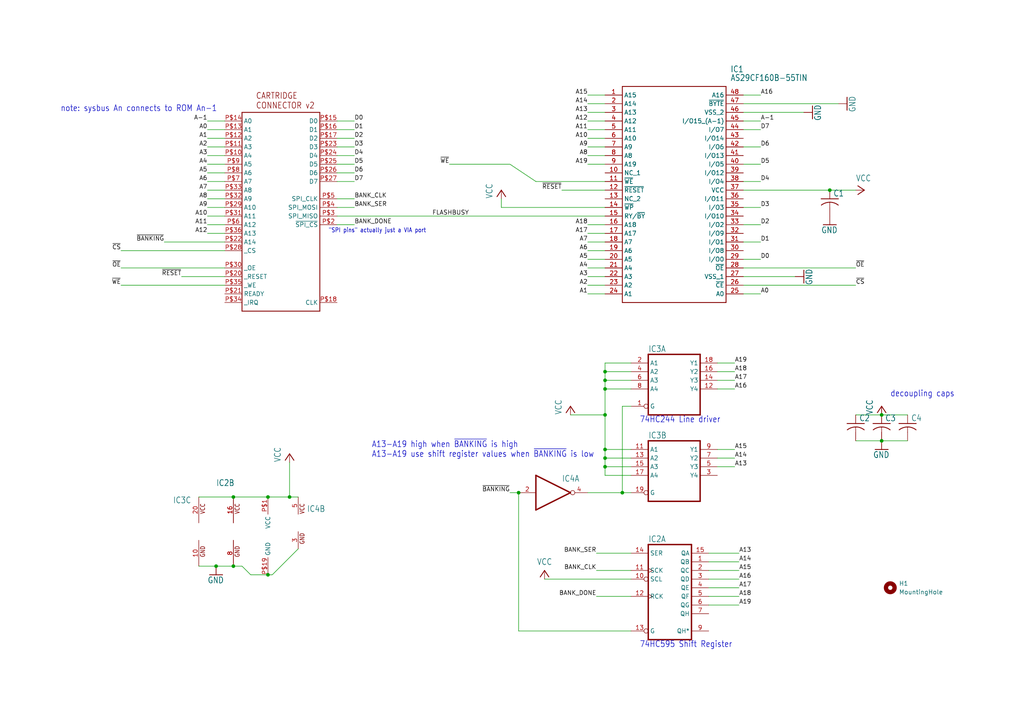
<source format=kicad_sch>
(kicad_sch
	(version 20250114)
	(generator "eeschema")
	(generator_version "9.0")
	(uuid "efb4bb42-9307-46c9-89da-d677369b1356")
	(paper "User" 300.914 210.058)
	(lib_symbols
		(symbol "FlashCardBanked2M-eagle-import:741G04DBV"
			(exclude_from_sim no)
			(in_bom yes)
			(on_board yes)
			(property "Reference" "IC"
				(at -0.635 -0.635 0)
				(effects
					(font
						(size 1.778 1.5113)
					)
					(justify left bottom)
				)
			)
			(property "Value" ""
				(at 2.54 -5.08 0)
				(effects
					(font
						(size 1.778 1.5113)
					)
					(justify left bottom)
					(hide yes)
				)
			)
			(property "Footprint" "FlashCardBanked2M:SOT23-5"
				(at 0 0 0)
				(effects
					(font
						(size 1.27 1.27)
					)
					(hide yes)
				)
			)
			(property "Datasheet" ""
				(at 0 0 0)
				(effects
					(font
						(size 1.27 1.27)
					)
					(hide yes)
				)
			)
			(property "Description" ""
				(at 0 0 0)
				(effects
					(font
						(size 1.27 1.27)
					)
					(hide yes)
				)
			)
			(property "ki_locked" ""
				(at 0 0 0)
				(effects
					(font
						(size 1.27 1.27)
					)
				)
			)
			(symbol "741G04DBV_1_0"
				(polyline
					(pts
						(xy -5.08 5.08) (xy 5.08 0)
					)
					(stroke
						(width 0.4064)
						(type solid)
					)
					(fill
						(type none)
					)
				)
				(polyline
					(pts
						(xy -5.08 -5.08) (xy -5.08 5.08)
					)
					(stroke
						(width 0.4064)
						(type solid)
					)
					(fill
						(type none)
					)
				)
				(polyline
					(pts
						(xy 5.08 0) (xy -5.08 -5.08)
					)
					(stroke
						(width 0.4064)
						(type solid)
					)
					(fill
						(type none)
					)
				)
				(pin input line
					(at -10.16 0 0)
					(length 5.08)
					(name "I"
						(effects
							(font
								(size 0 0)
							)
						)
					)
					(number "2"
						(effects
							(font
								(size 1.27 1.27)
							)
						)
					)
				)
				(pin output inverted
					(at 10.16 0 180)
					(length 5.08)
					(name "O"
						(effects
							(font
								(size 0 0)
							)
						)
					)
					(number "4"
						(effects
							(font
								(size 1.27 1.27)
							)
						)
					)
				)
			)
			(symbol "741G04DBV_2_0"
				(text "VCC"
					(at 1.905 2.54 900)
					(effects
						(font
							(size 1.27 1.0795)
						)
						(justify left bottom)
					)
				)
				(text "GND"
					(at 1.905 -6.35 900)
					(effects
						(font
							(size 1.27 1.0795)
						)
						(justify left bottom)
					)
				)
				(pin power_in line
					(at 0 7.62 270)
					(length 5.08)
					(name "VCC"
						(effects
							(font
								(size 0 0)
							)
						)
					)
					(number "5"
						(effects
							(font
								(size 1.27 1.27)
							)
						)
					)
				)
				(pin power_in line
					(at 0 -7.62 90)
					(length 5.08)
					(name "GND"
						(effects
							(font
								(size 0 0)
							)
						)
					)
					(number "3"
						(effects
							(font
								(size 1.27 1.27)
							)
						)
					)
				)
			)
			(embedded_fonts no)
		)
		(symbol "FlashCardBanked2M-eagle-import:74244DW"
			(exclude_from_sim no)
			(in_bom yes)
			(on_board yes)
			(property "Reference" "IC"
				(at -0.635 -0.635 0)
				(effects
					(font
						(size 1.778 1.5113)
					)
					(justify left bottom)
				)
			)
			(property "Value" ""
				(at -7.62 -12.7 0)
				(effects
					(font
						(size 1.778 1.5113)
					)
					(justify left bottom)
					(hide yes)
				)
			)
			(property "Footprint" "FlashCardBanked2M:SO20W"
				(at 0 0 0)
				(effects
					(font
						(size 1.27 1.27)
					)
					(hide yes)
				)
			)
			(property "Datasheet" ""
				(at 0 0 0)
				(effects
					(font
						(size 1.27 1.27)
					)
					(hide yes)
				)
			)
			(property "Description" ""
				(at 0 0 0)
				(effects
					(font
						(size 1.27 1.27)
					)
					(hide yes)
				)
			)
			(property "ki_locked" ""
				(at 0 0 0)
				(effects
					(font
						(size 1.27 1.27)
					)
				)
			)
			(symbol "74244DW_1_0"
				(polyline
					(pts
						(xy -7.62 7.62) (xy -7.62 -10.16)
					)
					(stroke
						(width 0.4064)
						(type solid)
					)
					(fill
						(type none)
					)
				)
				(polyline
					(pts
						(xy -7.62 -10.16) (xy 7.62 -10.16)
					)
					(stroke
						(width 0.4064)
						(type solid)
					)
					(fill
						(type none)
					)
				)
				(polyline
					(pts
						(xy 7.62 7.62) (xy -7.62 7.62)
					)
					(stroke
						(width 0.4064)
						(type solid)
					)
					(fill
						(type none)
					)
				)
				(polyline
					(pts
						(xy 7.62 -10.16) (xy 7.62 7.62)
					)
					(stroke
						(width 0.4064)
						(type solid)
					)
					(fill
						(type none)
					)
				)
				(pin input line
					(at -12.7 5.08 0)
					(length 5.08)
					(name "A1"
						(effects
							(font
								(size 1.27 1.27)
							)
						)
					)
					(number "2"
						(effects
							(font
								(size 1.27 1.27)
							)
						)
					)
				)
				(pin input line
					(at -12.7 2.54 0)
					(length 5.08)
					(name "A2"
						(effects
							(font
								(size 1.27 1.27)
							)
						)
					)
					(number "4"
						(effects
							(font
								(size 1.27 1.27)
							)
						)
					)
				)
				(pin input line
					(at -12.7 0 0)
					(length 5.08)
					(name "A3"
						(effects
							(font
								(size 1.27 1.27)
							)
						)
					)
					(number "6"
						(effects
							(font
								(size 1.27 1.27)
							)
						)
					)
				)
				(pin input line
					(at -12.7 -2.54 0)
					(length 5.08)
					(name "A4"
						(effects
							(font
								(size 1.27 1.27)
							)
						)
					)
					(number "8"
						(effects
							(font
								(size 1.27 1.27)
							)
						)
					)
				)
				(pin input inverted
					(at -12.7 -7.62 0)
					(length 5.08)
					(name "G"
						(effects
							(font
								(size 1.27 1.27)
							)
						)
					)
					(number "1"
						(effects
							(font
								(size 1.27 1.27)
							)
						)
					)
				)
				(pin tri_state line
					(at 12.7 5.08 180)
					(length 5.08)
					(name "Y1"
						(effects
							(font
								(size 1.27 1.27)
							)
						)
					)
					(number "18"
						(effects
							(font
								(size 1.27 1.27)
							)
						)
					)
				)
				(pin tri_state line
					(at 12.7 2.54 180)
					(length 5.08)
					(name "Y2"
						(effects
							(font
								(size 1.27 1.27)
							)
						)
					)
					(number "16"
						(effects
							(font
								(size 1.27 1.27)
							)
						)
					)
				)
				(pin tri_state line
					(at 12.7 0 180)
					(length 5.08)
					(name "Y3"
						(effects
							(font
								(size 1.27 1.27)
							)
						)
					)
					(number "14"
						(effects
							(font
								(size 1.27 1.27)
							)
						)
					)
				)
				(pin tri_state line
					(at 12.7 -2.54 180)
					(length 5.08)
					(name "Y4"
						(effects
							(font
								(size 1.27 1.27)
							)
						)
					)
					(number "12"
						(effects
							(font
								(size 1.27 1.27)
							)
						)
					)
				)
			)
			(symbol "74244DW_2_0"
				(polyline
					(pts
						(xy -7.62 7.62) (xy -7.62 -10.16)
					)
					(stroke
						(width 0.4064)
						(type solid)
					)
					(fill
						(type none)
					)
				)
				(polyline
					(pts
						(xy -7.62 -10.16) (xy 7.62 -10.16)
					)
					(stroke
						(width 0.4064)
						(type solid)
					)
					(fill
						(type none)
					)
				)
				(polyline
					(pts
						(xy 7.62 7.62) (xy -7.62 7.62)
					)
					(stroke
						(width 0.4064)
						(type solid)
					)
					(fill
						(type none)
					)
				)
				(polyline
					(pts
						(xy 7.62 -10.16) (xy 7.62 7.62)
					)
					(stroke
						(width 0.4064)
						(type solid)
					)
					(fill
						(type none)
					)
				)
				(pin input line
					(at -12.7 5.08 0)
					(length 5.08)
					(name "A1"
						(effects
							(font
								(size 1.27 1.27)
							)
						)
					)
					(number "11"
						(effects
							(font
								(size 1.27 1.27)
							)
						)
					)
				)
				(pin input line
					(at -12.7 2.54 0)
					(length 5.08)
					(name "A2"
						(effects
							(font
								(size 1.27 1.27)
							)
						)
					)
					(number "13"
						(effects
							(font
								(size 1.27 1.27)
							)
						)
					)
				)
				(pin input line
					(at -12.7 0 0)
					(length 5.08)
					(name "A3"
						(effects
							(font
								(size 1.27 1.27)
							)
						)
					)
					(number "15"
						(effects
							(font
								(size 1.27 1.27)
							)
						)
					)
				)
				(pin input line
					(at -12.7 -2.54 0)
					(length 5.08)
					(name "A4"
						(effects
							(font
								(size 1.27 1.27)
							)
						)
					)
					(number "17"
						(effects
							(font
								(size 1.27 1.27)
							)
						)
					)
				)
				(pin input inverted
					(at -12.7 -7.62 0)
					(length 5.08)
					(name "G"
						(effects
							(font
								(size 1.27 1.27)
							)
						)
					)
					(number "19"
						(effects
							(font
								(size 1.27 1.27)
							)
						)
					)
				)
				(pin tri_state line
					(at 12.7 5.08 180)
					(length 5.08)
					(name "Y1"
						(effects
							(font
								(size 1.27 1.27)
							)
						)
					)
					(number "9"
						(effects
							(font
								(size 1.27 1.27)
							)
						)
					)
				)
				(pin tri_state line
					(at 12.7 2.54 180)
					(length 5.08)
					(name "Y2"
						(effects
							(font
								(size 1.27 1.27)
							)
						)
					)
					(number "7"
						(effects
							(font
								(size 1.27 1.27)
							)
						)
					)
				)
				(pin tri_state line
					(at 12.7 0 180)
					(length 5.08)
					(name "Y3"
						(effects
							(font
								(size 1.27 1.27)
							)
						)
					)
					(number "5"
						(effects
							(font
								(size 1.27 1.27)
							)
						)
					)
				)
				(pin tri_state line
					(at 12.7 -2.54 180)
					(length 5.08)
					(name "Y4"
						(effects
							(font
								(size 1.27 1.27)
							)
						)
					)
					(number "3"
						(effects
							(font
								(size 1.27 1.27)
							)
						)
					)
				)
			)
			(symbol "74244DW_3_0"
				(text "VCC"
					(at 1.905 5.08 900)
					(effects
						(font
							(size 1.27 1.0795)
						)
						(justify left bottom)
					)
				)
				(text "GND"
					(at 1.905 -7.62 900)
					(effects
						(font
							(size 1.27 1.0795)
						)
						(justify left bottom)
					)
				)
				(pin power_in line
					(at 0 10.16 270)
					(length 7.62)
					(name "VCC"
						(effects
							(font
								(size 0 0)
							)
						)
					)
					(number "20"
						(effects
							(font
								(size 1.27 1.27)
							)
						)
					)
				)
				(pin power_in line
					(at 0 -10.16 90)
					(length 7.62)
					(name "GND"
						(effects
							(font
								(size 0 0)
							)
						)
					)
					(number "10"
						(effects
							(font
								(size 1.27 1.27)
							)
						)
					)
				)
			)
			(embedded_fonts no)
		)
		(symbol "FlashCardBanked2M-eagle-import:74595D"
			(exclude_from_sim no)
			(in_bom yes)
			(on_board yes)
			(property "Reference" "IC"
				(at -0.635 -0.635 0)
				(effects
					(font
						(size 1.778 1.5113)
					)
					(justify left bottom)
				)
			)
			(property "Value" ""
				(at -5.08 -17.78 0)
				(effects
					(font
						(size 1.778 1.5113)
					)
					(justify left bottom)
					(hide yes)
				)
			)
			(property "Footprint" "FlashCardBanked2M:SO16"
				(at 0 0 0)
				(effects
					(font
						(size 1.27 1.27)
					)
					(hide yes)
				)
			)
			(property "Datasheet" ""
				(at 0 0 0)
				(effects
					(font
						(size 1.27 1.27)
					)
					(hide yes)
				)
			)
			(property "Description" ""
				(at 0 0 0)
				(effects
					(font
						(size 1.27 1.27)
					)
					(hide yes)
				)
			)
			(property "ki_locked" ""
				(at 0 0 0)
				(effects
					(font
						(size 1.27 1.27)
					)
				)
			)
			(symbol "74595D_1_0"
				(polyline
					(pts
						(xy -5.08 12.7) (xy -5.08 -15.24)
					)
					(stroke
						(width 0.4064)
						(type solid)
					)
					(fill
						(type none)
					)
				)
				(polyline
					(pts
						(xy -5.08 -15.24) (xy 7.62 -15.24)
					)
					(stroke
						(width 0.4064)
						(type solid)
					)
					(fill
						(type none)
					)
				)
				(polyline
					(pts
						(xy 7.62 12.7) (xy -5.08 12.7)
					)
					(stroke
						(width 0.4064)
						(type solid)
					)
					(fill
						(type none)
					)
				)
				(polyline
					(pts
						(xy 7.62 -15.24) (xy 7.62 12.7)
					)
					(stroke
						(width 0.4064)
						(type solid)
					)
					(fill
						(type none)
					)
				)
				(pin input line
					(at -10.16 10.16 0)
					(length 5.08)
					(name "SER"
						(effects
							(font
								(size 1.27 1.27)
							)
						)
					)
					(number "14"
						(effects
							(font
								(size 1.27 1.27)
							)
						)
					)
				)
				(pin input clock
					(at -10.16 5.08 0)
					(length 5.08)
					(name "SCK"
						(effects
							(font
								(size 1.27 1.27)
							)
						)
					)
					(number "11"
						(effects
							(font
								(size 1.27 1.27)
							)
						)
					)
				)
				(pin input inverted
					(at -10.16 2.54 0)
					(length 5.08)
					(name "SCL"
						(effects
							(font
								(size 1.27 1.27)
							)
						)
					)
					(number "10"
						(effects
							(font
								(size 1.27 1.27)
							)
						)
					)
				)
				(pin input clock
					(at -10.16 -2.54 0)
					(length 5.08)
					(name "RCK"
						(effects
							(font
								(size 1.27 1.27)
							)
						)
					)
					(number "12"
						(effects
							(font
								(size 1.27 1.27)
							)
						)
					)
				)
				(pin input inverted
					(at -10.16 -12.7 0)
					(length 5.08)
					(name "G"
						(effects
							(font
								(size 1.27 1.27)
							)
						)
					)
					(number "13"
						(effects
							(font
								(size 1.27 1.27)
							)
						)
					)
				)
				(pin tri_state line
					(at 12.7 10.16 180)
					(length 5.08)
					(name "QA"
						(effects
							(font
								(size 1.27 1.27)
							)
						)
					)
					(number "15"
						(effects
							(font
								(size 1.27 1.27)
							)
						)
					)
				)
				(pin tri_state line
					(at 12.7 7.62 180)
					(length 5.08)
					(name "QB"
						(effects
							(font
								(size 1.27 1.27)
							)
						)
					)
					(number "1"
						(effects
							(font
								(size 1.27 1.27)
							)
						)
					)
				)
				(pin tri_state line
					(at 12.7 5.08 180)
					(length 5.08)
					(name "QC"
						(effects
							(font
								(size 1.27 1.27)
							)
						)
					)
					(number "2"
						(effects
							(font
								(size 1.27 1.27)
							)
						)
					)
				)
				(pin tri_state line
					(at 12.7 2.54 180)
					(length 5.08)
					(name "QD"
						(effects
							(font
								(size 1.27 1.27)
							)
						)
					)
					(number "3"
						(effects
							(font
								(size 1.27 1.27)
							)
						)
					)
				)
				(pin tri_state line
					(at 12.7 0 180)
					(length 5.08)
					(name "QE"
						(effects
							(font
								(size 1.27 1.27)
							)
						)
					)
					(number "4"
						(effects
							(font
								(size 1.27 1.27)
							)
						)
					)
				)
				(pin tri_state line
					(at 12.7 -2.54 180)
					(length 5.08)
					(name "QF"
						(effects
							(font
								(size 1.27 1.27)
							)
						)
					)
					(number "5"
						(effects
							(font
								(size 1.27 1.27)
							)
						)
					)
				)
				(pin tri_state line
					(at 12.7 -5.08 180)
					(length 5.08)
					(name "QG"
						(effects
							(font
								(size 1.27 1.27)
							)
						)
					)
					(number "6"
						(effects
							(font
								(size 1.27 1.27)
							)
						)
					)
				)
				(pin tri_state line
					(at 12.7 -7.62 180)
					(length 5.08)
					(name "QH"
						(effects
							(font
								(size 1.27 1.27)
							)
						)
					)
					(number "7"
						(effects
							(font
								(size 1.27 1.27)
							)
						)
					)
				)
				(pin tri_state line
					(at 12.7 -12.7 180)
					(length 5.08)
					(name "QH*"
						(effects
							(font
								(size 1.27 1.27)
							)
						)
					)
					(number "9"
						(effects
							(font
								(size 1.27 1.27)
							)
						)
					)
				)
			)
			(symbol "74595D_2_0"
				(text "VCC"
					(at 1.905 5.08 900)
					(effects
						(font
							(size 1.27 1.0795)
						)
						(justify left bottom)
					)
				)
				(text "GND"
					(at 1.905 -7.62 900)
					(effects
						(font
							(size 1.27 1.0795)
						)
						(justify left bottom)
					)
				)
				(pin power_in line
					(at 0 10.16 270)
					(length 7.62)
					(name "VCC"
						(effects
							(font
								(size 0 0)
							)
						)
					)
					(number "16"
						(effects
							(font
								(size 1.27 1.27)
							)
						)
					)
				)
				(pin power_in line
					(at 0 -10.16 90)
					(length 7.62)
					(name "GND"
						(effects
							(font
								(size 0 0)
							)
						)
					)
					(number "8"
						(effects
							(font
								(size 1.27 1.27)
							)
						)
					)
				)
			)
			(embedded_fonts no)
		)
		(symbol "FlashCardBanked2M-eagle-import:AS29CF160B-55TIN"
			(exclude_from_sim no)
			(in_bom yes)
			(on_board yes)
			(property "Reference" "IC"
				(at 36.83 7.62 0)
				(effects
					(font
						(size 1.778 1.5113)
					)
					(justify left)
				)
			)
			(property "Value" ""
				(at 36.83 5.08 0)
				(effects
					(font
						(size 1.778 1.5113)
					)
					(justify left)
				)
			)
			(property "Footprint" "FlashCardBanked2M:SOP50P2000X120-48N"
				(at 0 0 0)
				(effects
					(font
						(size 1.27 1.27)
					)
					(hide yes)
				)
			)
			(property "Datasheet" ""
				(at 0 0 0)
				(effects
					(font
						(size 1.27 1.27)
					)
					(hide yes)
				)
			)
			(property "Description" ""
				(at 0 0 0)
				(effects
					(font
						(size 1.27 1.27)
					)
					(hide yes)
				)
			)
			(property "ki_locked" ""
				(at 0 0 0)
				(effects
					(font
						(size 1.27 1.27)
					)
				)
			)
			(symbol "AS29CF160B-55TIN_1_0"
				(polyline
					(pts
						(xy 5.08 2.54) (xy 5.08 -60.96)
					)
					(stroke
						(width 0.254)
						(type solid)
					)
					(fill
						(type none)
					)
				)
				(polyline
					(pts
						(xy 5.08 2.54) (xy 35.56 2.54)
					)
					(stroke
						(width 0.254)
						(type solid)
					)
					(fill
						(type none)
					)
				)
				(polyline
					(pts
						(xy 35.56 -60.96) (xy 5.08 -60.96)
					)
					(stroke
						(width 0.254)
						(type solid)
					)
					(fill
						(type none)
					)
				)
				(polyline
					(pts
						(xy 35.56 -60.96) (xy 35.56 2.54)
					)
					(stroke
						(width 0.254)
						(type solid)
					)
					(fill
						(type none)
					)
				)
				(pin bidirectional line
					(at 0 0 0)
					(length 5.08)
					(name "A15"
						(effects
							(font
								(size 1.27 1.27)
							)
						)
					)
					(number "1"
						(effects
							(font
								(size 1.27 1.27)
							)
						)
					)
				)
				(pin bidirectional line
					(at 0 -2.54 0)
					(length 5.08)
					(name "A14"
						(effects
							(font
								(size 1.27 1.27)
							)
						)
					)
					(number "2"
						(effects
							(font
								(size 1.27 1.27)
							)
						)
					)
				)
				(pin bidirectional line
					(at 0 -5.08 0)
					(length 5.08)
					(name "A13"
						(effects
							(font
								(size 1.27 1.27)
							)
						)
					)
					(number "3"
						(effects
							(font
								(size 1.27 1.27)
							)
						)
					)
				)
				(pin bidirectional line
					(at 0 -7.62 0)
					(length 5.08)
					(name "A12"
						(effects
							(font
								(size 1.27 1.27)
							)
						)
					)
					(number "4"
						(effects
							(font
								(size 1.27 1.27)
							)
						)
					)
				)
				(pin bidirectional line
					(at 0 -10.16 0)
					(length 5.08)
					(name "A11"
						(effects
							(font
								(size 1.27 1.27)
							)
						)
					)
					(number "5"
						(effects
							(font
								(size 1.27 1.27)
							)
						)
					)
				)
				(pin bidirectional line
					(at 0 -12.7 0)
					(length 5.08)
					(name "A10"
						(effects
							(font
								(size 1.27 1.27)
							)
						)
					)
					(number "6"
						(effects
							(font
								(size 1.27 1.27)
							)
						)
					)
				)
				(pin bidirectional line
					(at 0 -15.24 0)
					(length 5.08)
					(name "A9"
						(effects
							(font
								(size 1.27 1.27)
							)
						)
					)
					(number "7"
						(effects
							(font
								(size 1.27 1.27)
							)
						)
					)
				)
				(pin bidirectional line
					(at 0 -17.78 0)
					(length 5.08)
					(name "A8"
						(effects
							(font
								(size 1.27 1.27)
							)
						)
					)
					(number "8"
						(effects
							(font
								(size 1.27 1.27)
							)
						)
					)
				)
				(pin bidirectional line
					(at 0 -20.32 0)
					(length 5.08)
					(name "A19"
						(effects
							(font
								(size 1.27 1.27)
							)
						)
					)
					(number "9"
						(effects
							(font
								(size 1.27 1.27)
							)
						)
					)
				)
				(pin bidirectional line
					(at 0 -22.86 0)
					(length 5.08)
					(name "NC_1"
						(effects
							(font
								(size 1.27 1.27)
							)
						)
					)
					(number "10"
						(effects
							(font
								(size 1.27 1.27)
							)
						)
					)
				)
				(pin bidirectional line
					(at 0 -25.4 0)
					(length 5.08)
					(name "~{WE}"
						(effects
							(font
								(size 1.27 1.27)
							)
						)
					)
					(number "11"
						(effects
							(font
								(size 1.27 1.27)
							)
						)
					)
				)
				(pin bidirectional line
					(at 0 -27.94 0)
					(length 5.08)
					(name "~{RESET}"
						(effects
							(font
								(size 1.27 1.27)
							)
						)
					)
					(number "12"
						(effects
							(font
								(size 1.27 1.27)
							)
						)
					)
				)
				(pin bidirectional line
					(at 0 -30.48 0)
					(length 5.08)
					(name "NC_2"
						(effects
							(font
								(size 1.27 1.27)
							)
						)
					)
					(number "13"
						(effects
							(font
								(size 1.27 1.27)
							)
						)
					)
				)
				(pin bidirectional line
					(at 0 -33.02 0)
					(length 5.08)
					(name "~{WP}"
						(effects
							(font
								(size 1.27 1.27)
							)
						)
					)
					(number "14"
						(effects
							(font
								(size 1.27 1.27)
							)
						)
					)
				)
				(pin bidirectional line
					(at 0 -35.56 0)
					(length 5.08)
					(name "RY/~{BY}"
						(effects
							(font
								(size 1.27 1.27)
							)
						)
					)
					(number "15"
						(effects
							(font
								(size 1.27 1.27)
							)
						)
					)
				)
				(pin bidirectional line
					(at 0 -38.1 0)
					(length 5.08)
					(name "A18"
						(effects
							(font
								(size 1.27 1.27)
							)
						)
					)
					(number "16"
						(effects
							(font
								(size 1.27 1.27)
							)
						)
					)
				)
				(pin bidirectional line
					(at 0 -40.64 0)
					(length 5.08)
					(name "A17"
						(effects
							(font
								(size 1.27 1.27)
							)
						)
					)
					(number "17"
						(effects
							(font
								(size 1.27 1.27)
							)
						)
					)
				)
				(pin bidirectional line
					(at 0 -43.18 0)
					(length 5.08)
					(name "A7"
						(effects
							(font
								(size 1.27 1.27)
							)
						)
					)
					(number "18"
						(effects
							(font
								(size 1.27 1.27)
							)
						)
					)
				)
				(pin bidirectional line
					(at 0 -45.72 0)
					(length 5.08)
					(name "A6"
						(effects
							(font
								(size 1.27 1.27)
							)
						)
					)
					(number "19"
						(effects
							(font
								(size 1.27 1.27)
							)
						)
					)
				)
				(pin bidirectional line
					(at 0 -48.26 0)
					(length 5.08)
					(name "A5"
						(effects
							(font
								(size 1.27 1.27)
							)
						)
					)
					(number "20"
						(effects
							(font
								(size 1.27 1.27)
							)
						)
					)
				)
				(pin bidirectional line
					(at 0 -50.8 0)
					(length 5.08)
					(name "A4"
						(effects
							(font
								(size 1.27 1.27)
							)
						)
					)
					(number "21"
						(effects
							(font
								(size 1.27 1.27)
							)
						)
					)
				)
				(pin bidirectional line
					(at 0 -53.34 0)
					(length 5.08)
					(name "A3"
						(effects
							(font
								(size 1.27 1.27)
							)
						)
					)
					(number "22"
						(effects
							(font
								(size 1.27 1.27)
							)
						)
					)
				)
				(pin bidirectional line
					(at 0 -55.88 0)
					(length 5.08)
					(name "A2"
						(effects
							(font
								(size 1.27 1.27)
							)
						)
					)
					(number "23"
						(effects
							(font
								(size 1.27 1.27)
							)
						)
					)
				)
				(pin bidirectional line
					(at 0 -58.42 0)
					(length 5.08)
					(name "A1"
						(effects
							(font
								(size 1.27 1.27)
							)
						)
					)
					(number "24"
						(effects
							(font
								(size 1.27 1.27)
							)
						)
					)
				)
				(pin bidirectional line
					(at 40.64 0 180)
					(length 5.08)
					(name "A16"
						(effects
							(font
								(size 1.27 1.27)
							)
						)
					)
					(number "48"
						(effects
							(font
								(size 1.27 1.27)
							)
						)
					)
				)
				(pin bidirectional line
					(at 40.64 -2.54 180)
					(length 5.08)
					(name "~{BYTE}"
						(effects
							(font
								(size 1.27 1.27)
							)
						)
					)
					(number "47"
						(effects
							(font
								(size 1.27 1.27)
							)
						)
					)
				)
				(pin bidirectional line
					(at 40.64 -5.08 180)
					(length 5.08)
					(name "VSS_2"
						(effects
							(font
								(size 1.27 1.27)
							)
						)
					)
					(number "46"
						(effects
							(font
								(size 1.27 1.27)
							)
						)
					)
				)
				(pin bidirectional line
					(at 40.64 -7.62 180)
					(length 5.08)
					(name "I/O15_(A-1)"
						(effects
							(font
								(size 1.27 1.27)
							)
						)
					)
					(number "45"
						(effects
							(font
								(size 1.27 1.27)
							)
						)
					)
				)
				(pin bidirectional line
					(at 40.64 -10.16 180)
					(length 5.08)
					(name "I/O7"
						(effects
							(font
								(size 1.27 1.27)
							)
						)
					)
					(number "44"
						(effects
							(font
								(size 1.27 1.27)
							)
						)
					)
				)
				(pin bidirectional line
					(at 40.64 -12.7 180)
					(length 5.08)
					(name "I/O14"
						(effects
							(font
								(size 1.27 1.27)
							)
						)
					)
					(number "43"
						(effects
							(font
								(size 1.27 1.27)
							)
						)
					)
				)
				(pin bidirectional line
					(at 40.64 -15.24 180)
					(length 5.08)
					(name "I/O6"
						(effects
							(font
								(size 1.27 1.27)
							)
						)
					)
					(number "42"
						(effects
							(font
								(size 1.27 1.27)
							)
						)
					)
				)
				(pin bidirectional line
					(at 40.64 -17.78 180)
					(length 5.08)
					(name "I/O13"
						(effects
							(font
								(size 1.27 1.27)
							)
						)
					)
					(number "41"
						(effects
							(font
								(size 1.27 1.27)
							)
						)
					)
				)
				(pin bidirectional line
					(at 40.64 -20.32 180)
					(length 5.08)
					(name "I/O5"
						(effects
							(font
								(size 1.27 1.27)
							)
						)
					)
					(number "40"
						(effects
							(font
								(size 1.27 1.27)
							)
						)
					)
				)
				(pin bidirectional line
					(at 40.64 -22.86 180)
					(length 5.08)
					(name "I/O12"
						(effects
							(font
								(size 1.27 1.27)
							)
						)
					)
					(number "39"
						(effects
							(font
								(size 1.27 1.27)
							)
						)
					)
				)
				(pin bidirectional line
					(at 40.64 -25.4 180)
					(length 5.08)
					(name "I/O4"
						(effects
							(font
								(size 1.27 1.27)
							)
						)
					)
					(number "38"
						(effects
							(font
								(size 1.27 1.27)
							)
						)
					)
				)
				(pin bidirectional line
					(at 40.64 -27.94 180)
					(length 5.08)
					(name "VCC"
						(effects
							(font
								(size 1.27 1.27)
							)
						)
					)
					(number "37"
						(effects
							(font
								(size 1.27 1.27)
							)
						)
					)
				)
				(pin bidirectional line
					(at 40.64 -30.48 180)
					(length 5.08)
					(name "I/O11"
						(effects
							(font
								(size 1.27 1.27)
							)
						)
					)
					(number "36"
						(effects
							(font
								(size 1.27 1.27)
							)
						)
					)
				)
				(pin bidirectional line
					(at 40.64 -33.02 180)
					(length 5.08)
					(name "I/O3"
						(effects
							(font
								(size 1.27 1.27)
							)
						)
					)
					(number "35"
						(effects
							(font
								(size 1.27 1.27)
							)
						)
					)
				)
				(pin bidirectional line
					(at 40.64 -35.56 180)
					(length 5.08)
					(name "I/O10"
						(effects
							(font
								(size 1.27 1.27)
							)
						)
					)
					(number "34"
						(effects
							(font
								(size 1.27 1.27)
							)
						)
					)
				)
				(pin bidirectional line
					(at 40.64 -38.1 180)
					(length 5.08)
					(name "I/O2"
						(effects
							(font
								(size 1.27 1.27)
							)
						)
					)
					(number "33"
						(effects
							(font
								(size 1.27 1.27)
							)
						)
					)
				)
				(pin bidirectional line
					(at 40.64 -40.64 180)
					(length 5.08)
					(name "I/O9"
						(effects
							(font
								(size 1.27 1.27)
							)
						)
					)
					(number "32"
						(effects
							(font
								(size 1.27 1.27)
							)
						)
					)
				)
				(pin bidirectional line
					(at 40.64 -43.18 180)
					(length 5.08)
					(name "I/O1"
						(effects
							(font
								(size 1.27 1.27)
							)
						)
					)
					(number "31"
						(effects
							(font
								(size 1.27 1.27)
							)
						)
					)
				)
				(pin bidirectional line
					(at 40.64 -45.72 180)
					(length 5.08)
					(name "I/O8"
						(effects
							(font
								(size 1.27 1.27)
							)
						)
					)
					(number "30"
						(effects
							(font
								(size 1.27 1.27)
							)
						)
					)
				)
				(pin bidirectional line
					(at 40.64 -48.26 180)
					(length 5.08)
					(name "I/O0"
						(effects
							(font
								(size 1.27 1.27)
							)
						)
					)
					(number "29"
						(effects
							(font
								(size 1.27 1.27)
							)
						)
					)
				)
				(pin bidirectional line
					(at 40.64 -50.8 180)
					(length 5.08)
					(name "~{OE}"
						(effects
							(font
								(size 1.27 1.27)
							)
						)
					)
					(number "28"
						(effects
							(font
								(size 1.27 1.27)
							)
						)
					)
				)
				(pin bidirectional line
					(at 40.64 -53.34 180)
					(length 5.08)
					(name "VSS_1"
						(effects
							(font
								(size 1.27 1.27)
							)
						)
					)
					(number "27"
						(effects
							(font
								(size 1.27 1.27)
							)
						)
					)
				)
				(pin bidirectional line
					(at 40.64 -55.88 180)
					(length 5.08)
					(name "~{CE}"
						(effects
							(font
								(size 1.27 1.27)
							)
						)
					)
					(number "26"
						(effects
							(font
								(size 1.27 1.27)
							)
						)
					)
				)
				(pin bidirectional line
					(at 40.64 -58.42 180)
					(length 5.08)
					(name "A0"
						(effects
							(font
								(size 1.27 1.27)
							)
						)
					)
					(number "25"
						(effects
							(font
								(size 1.27 1.27)
							)
						)
					)
				)
			)
			(embedded_fonts no)
		)
		(symbol "FlashCardBanked2M-eagle-import:C-USC0805"
			(exclude_from_sim no)
			(in_bom yes)
			(on_board yes)
			(property "Reference" "C"
				(at 1.016 0.635 0)
				(effects
					(font
						(size 1.778 1.5113)
					)
					(justify left bottom)
				)
			)
			(property "Value" ""
				(at 1.016 -4.191 0)
				(effects
					(font
						(size 1.778 1.5113)
					)
					(justify left bottom)
				)
			)
			(property "Footprint" "FlashCardBanked2M:C0805"
				(at 0 0 0)
				(effects
					(font
						(size 1.27 1.27)
					)
					(hide yes)
				)
			)
			(property "Datasheet" ""
				(at 0 0 0)
				(effects
					(font
						(size 1.27 1.27)
					)
					(hide yes)
				)
			)
			(property "Description" ""
				(at 0 0 0)
				(effects
					(font
						(size 1.27 1.27)
					)
					(hide yes)
				)
			)
			(property "ki_locked" ""
				(at 0 0 0)
				(effects
					(font
						(size 1.27 1.27)
					)
				)
			)
			(symbol "C-USC0805_1_0"
				(polyline
					(pts
						(xy -2.54 0) (xy 2.54 0)
					)
					(stroke
						(width 0.254)
						(type solid)
					)
					(fill
						(type none)
					)
				)
				(arc
					(start -2.4668 -1.8504)
					(mid -1.302 -1.2303)
					(end 0 -1.0161)
					(stroke
						(width 0.254)
						(type solid)
					)
					(fill
						(type none)
					)
				)
				(polyline
					(pts
						(xy 0 -1.016) (xy 0 -2.54)
					)
					(stroke
						(width 0.1524)
						(type solid)
					)
					(fill
						(type none)
					)
				)
				(arc
					(start 0 -1)
					(mid 1.3158 -1.2194)
					(end 2.4892 -1.8541)
					(stroke
						(width 0.254)
						(type solid)
					)
					(fill
						(type none)
					)
				)
				(pin passive line
					(at 0 2.54 270)
					(length 2.54)
					(name "1"
						(effects
							(font
								(size 0 0)
							)
						)
					)
					(number "1"
						(effects
							(font
								(size 0 0)
							)
						)
					)
				)
				(pin passive line
					(at 0 -5.08 90)
					(length 2.54)
					(name "2"
						(effects
							(font
								(size 0 0)
							)
						)
					)
					(number "2"
						(effects
							(font
								(size 0 0)
							)
						)
					)
				)
			)
			(embedded_fonts no)
		)
		(symbol "FlashCardBanked2M-eagle-import:GND"
			(power)
			(exclude_from_sim no)
			(in_bom yes)
			(on_board yes)
			(property "Reference" "#GND"
				(at 0 0 0)
				(effects
					(font
						(size 1.27 1.27)
					)
					(hide yes)
				)
			)
			(property "Value" "GND"
				(at -2.54 -2.54 0)
				(effects
					(font
						(size 1.778 1.5113)
					)
					(justify left bottom)
				)
			)
			(property "Footprint" ""
				(at 0 0 0)
				(effects
					(font
						(size 1.27 1.27)
					)
					(hide yes)
				)
			)
			(property "Datasheet" ""
				(at 0 0 0)
				(effects
					(font
						(size 1.27 1.27)
					)
					(hide yes)
				)
			)
			(property "Description" ""
				(at 0 0 0)
				(effects
					(font
						(size 1.27 1.27)
					)
					(hide yes)
				)
			)
			(property "ki_locked" ""
				(at 0 0 0)
				(effects
					(font
						(size 1.27 1.27)
					)
				)
			)
			(symbol "GND_1_0"
				(polyline
					(pts
						(xy -1.905 0) (xy 1.905 0)
					)
					(stroke
						(width 0.254)
						(type solid)
					)
					(fill
						(type none)
					)
				)
				(pin power_in line
					(at 0 2.54 270)
					(length 2.54)
					(name "GND"
						(effects
							(font
								(size 0 0)
							)
						)
					)
					(number "1"
						(effects
							(font
								(size 0 0)
							)
						)
					)
				)
			)
			(embedded_fonts no)
		)
		(symbol "FlashCardBanked2M-eagle-import:GT_CART3GT_CARD"
			(exclude_from_sim no)
			(in_bom yes)
			(on_board yes)
			(property "Reference" ""
				(at 0 0 0)
				(effects
					(font
						(size 1.27 1.27)
					)
					(hide yes)
				)
			)
			(property "Value" ""
				(at 0 0 0)
				(effects
					(font
						(size 1.27 1.27)
					)
					(hide yes)
				)
			)
			(property "Footprint" "FlashCardBanked2M:CARD36"
				(at 0 0 0)
				(effects
					(font
						(size 1.27 1.27)
					)
					(hide yes)
				)
			)
			(property "Datasheet" ""
				(at 0 0 0)
				(effects
					(font
						(size 1.27 1.27)
					)
					(hide yes)
				)
			)
			(property "Description" ""
				(at 0 0 0)
				(effects
					(font
						(size 1.27 1.27)
					)
					(hide yes)
				)
			)
			(property "ki_locked" ""
				(at 0 0 0)
				(effects
					(font
						(size 1.27 1.27)
					)
				)
			)
			(symbol "GT_CART3GT_CARD_1_0"
				(pin power_in line
					(at 0 12.7 270)
					(length 5.08)
					(name "VCC"
						(effects
							(font
								(size 1.27 1.27)
							)
						)
					)
					(number "P$1"
						(effects
							(font
								(size 1.27 1.27)
							)
						)
					)
				)
				(pin power_in line
					(at 0 -10.16 90)
					(length 5.08)
					(name "GND"
						(effects
							(font
								(size 1.27 1.27)
							)
						)
					)
					(number "P$19"
						(effects
							(font
								(size 1.27 1.27)
							)
						)
					)
				)
			)
			(symbol "GT_CART3GT_CARD_2_0"
				(polyline
					(pts
						(xy -10.16 22.86) (xy 12.7 22.86)
					)
					(stroke
						(width 0.254)
						(type solid)
					)
					(fill
						(type none)
					)
				)
				(polyline
					(pts
						(xy -10.16 -35.56) (xy -10.16 22.86)
					)
					(stroke
						(width 0.254)
						(type solid)
					)
					(fill
						(type none)
					)
				)
				(polyline
					(pts
						(xy 12.7 22.86) (xy 12.7 -35.56)
					)
					(stroke
						(width 0.254)
						(type solid)
					)
					(fill
						(type none)
					)
				)
				(polyline
					(pts
						(xy 12.7 -35.56) (xy -10.16 -35.56)
					)
					(stroke
						(width 0.254)
						(type solid)
					)
					(fill
						(type none)
					)
				)
				(text "CARTRIDGE\nCONNECTOR v2"
					(at -6.096 23.876 0)
					(effects
						(font
							(size 1.778 1.5113)
						)
						(justify left bottom)
					)
				)
				(pin bidirectional line
					(at -15.24 20.32 0)
					(length 5.08)
					(name "A0"
						(effects
							(font
								(size 1.27 1.27)
							)
						)
					)
					(number "P$14"
						(effects
							(font
								(size 1.27 1.27)
							)
						)
					)
				)
				(pin bidirectional line
					(at -15.24 17.78 0)
					(length 5.08)
					(name "A1"
						(effects
							(font
								(size 1.27 1.27)
							)
						)
					)
					(number "P$13"
						(effects
							(font
								(size 1.27 1.27)
							)
						)
					)
				)
				(pin bidirectional line
					(at -15.24 15.24 0)
					(length 5.08)
					(name "A2"
						(effects
							(font
								(size 1.27 1.27)
							)
						)
					)
					(number "P$12"
						(effects
							(font
								(size 1.27 1.27)
							)
						)
					)
				)
				(pin bidirectional line
					(at -15.24 12.7 0)
					(length 5.08)
					(name "A3"
						(effects
							(font
								(size 1.27 1.27)
							)
						)
					)
					(number "P$11"
						(effects
							(font
								(size 1.27 1.27)
							)
						)
					)
				)
				(pin bidirectional line
					(at -15.24 10.16 0)
					(length 5.08)
					(name "A4"
						(effects
							(font
								(size 1.27 1.27)
							)
						)
					)
					(number "P$10"
						(effects
							(font
								(size 1.27 1.27)
							)
						)
					)
				)
				(pin bidirectional line
					(at -15.24 7.62 0)
					(length 5.08)
					(name "A5"
						(effects
							(font
								(size 1.27 1.27)
							)
						)
					)
					(number "P$9"
						(effects
							(font
								(size 1.27 1.27)
							)
						)
					)
				)
				(pin bidirectional line
					(at -15.24 5.08 0)
					(length 5.08)
					(name "A6"
						(effects
							(font
								(size 1.27 1.27)
							)
						)
					)
					(number "P$8"
						(effects
							(font
								(size 1.27 1.27)
							)
						)
					)
				)
				(pin bidirectional line
					(at -15.24 2.54 0)
					(length 5.08)
					(name "A7"
						(effects
							(font
								(size 1.27 1.27)
							)
						)
					)
					(number "P$7"
						(effects
							(font
								(size 1.27 1.27)
							)
						)
					)
				)
				(pin bidirectional line
					(at -15.24 0 0)
					(length 5.08)
					(name "A8"
						(effects
							(font
								(size 1.27 1.27)
							)
						)
					)
					(number "P$33"
						(effects
							(font
								(size 1.27 1.27)
							)
						)
					)
				)
				(pin bidirectional line
					(at -15.24 -2.54 0)
					(length 5.08)
					(name "A9"
						(effects
							(font
								(size 1.27 1.27)
							)
						)
					)
					(number "P$32"
						(effects
							(font
								(size 1.27 1.27)
							)
						)
					)
				)
				(pin bidirectional line
					(at -15.24 -5.08 0)
					(length 5.08)
					(name "A10"
						(effects
							(font
								(size 1.27 1.27)
							)
						)
					)
					(number "P$29"
						(effects
							(font
								(size 1.27 1.27)
							)
						)
					)
				)
				(pin bidirectional line
					(at -15.24 -7.62 0)
					(length 5.08)
					(name "A11"
						(effects
							(font
								(size 1.27 1.27)
							)
						)
					)
					(number "P$31"
						(effects
							(font
								(size 1.27 1.27)
							)
						)
					)
				)
				(pin bidirectional line
					(at -15.24 -10.16 0)
					(length 5.08)
					(name "A12"
						(effects
							(font
								(size 1.27 1.27)
							)
						)
					)
					(number "P$6"
						(effects
							(font
								(size 1.27 1.27)
							)
						)
					)
				)
				(pin bidirectional line
					(at -15.24 -12.7 0)
					(length 5.08)
					(name "A13"
						(effects
							(font
								(size 1.27 1.27)
							)
						)
					)
					(number "P$36"
						(effects
							(font
								(size 1.27 1.27)
							)
						)
					)
				)
				(pin bidirectional line
					(at -15.24 -15.24 0)
					(length 5.08)
					(name "A14"
						(effects
							(font
								(size 1.27 1.27)
							)
						)
					)
					(number "P$22"
						(effects
							(font
								(size 1.27 1.27)
							)
						)
					)
				)
				(pin bidirectional line
					(at -15.24 -17.78 0)
					(length 5.08)
					(name "_CS"
						(effects
							(font
								(size 1.27 1.27)
							)
						)
					)
					(number "P$28"
						(effects
							(font
								(size 1.27 1.27)
							)
						)
					)
				)
				(pin bidirectional line
					(at -15.24 -22.86 0)
					(length 5.08)
					(name "_OE"
						(effects
							(font
								(size 1.27 1.27)
							)
						)
					)
					(number "P$30"
						(effects
							(font
								(size 1.27 1.27)
							)
						)
					)
				)
				(pin bidirectional line
					(at -15.24 -25.4 0)
					(length 5.08)
					(name "_RESET"
						(effects
							(font
								(size 1.27 1.27)
							)
						)
					)
					(number "P$20"
						(effects
							(font
								(size 1.27 1.27)
							)
						)
					)
				)
				(pin bidirectional line
					(at -15.24 -27.94 0)
					(length 5.08)
					(name "_WE"
						(effects
							(font
								(size 1.27 1.27)
							)
						)
					)
					(number "P$35"
						(effects
							(font
								(size 1.27 1.27)
							)
						)
					)
				)
				(pin bidirectional line
					(at -15.24 -30.48 0)
					(length 5.08)
					(name "READY"
						(effects
							(font
								(size 1.27 1.27)
							)
						)
					)
					(number "P$21"
						(effects
							(font
								(size 1.27 1.27)
							)
						)
					)
				)
				(pin bidirectional line
					(at -15.24 -33.02 0)
					(length 5.08)
					(name "_IRQ"
						(effects
							(font
								(size 1.27 1.27)
							)
						)
					)
					(number "P$34"
						(effects
							(font
								(size 1.27 1.27)
							)
						)
					)
				)
				(pin bidirectional line
					(at 17.78 20.32 180)
					(length 5.08)
					(name "D0"
						(effects
							(font
								(size 1.27 1.27)
							)
						)
					)
					(number "P$15"
						(effects
							(font
								(size 1.27 1.27)
							)
						)
					)
				)
				(pin bidirectional line
					(at 17.78 17.78 180)
					(length 5.08)
					(name "D1"
						(effects
							(font
								(size 1.27 1.27)
							)
						)
					)
					(number "P$16"
						(effects
							(font
								(size 1.27 1.27)
							)
						)
					)
				)
				(pin bidirectional line
					(at 17.78 15.24 180)
					(length 5.08)
					(name "D2"
						(effects
							(font
								(size 1.27 1.27)
							)
						)
					)
					(number "P$17"
						(effects
							(font
								(size 1.27 1.27)
							)
						)
					)
				)
				(pin bidirectional line
					(at 17.78 12.7 180)
					(length 5.08)
					(name "D3"
						(effects
							(font
								(size 1.27 1.27)
							)
						)
					)
					(number "P$23"
						(effects
							(font
								(size 1.27 1.27)
							)
						)
					)
				)
				(pin bidirectional line
					(at 17.78 10.16 180)
					(length 5.08)
					(name "D4"
						(effects
							(font
								(size 1.27 1.27)
							)
						)
					)
					(number "P$24"
						(effects
							(font
								(size 1.27 1.27)
							)
						)
					)
				)
				(pin bidirectional line
					(at 17.78 7.62 180)
					(length 5.08)
					(name "D5"
						(effects
							(font
								(size 1.27 1.27)
							)
						)
					)
					(number "P$25"
						(effects
							(font
								(size 1.27 1.27)
							)
						)
					)
				)
				(pin bidirectional line
					(at 17.78 5.08 180)
					(length 5.08)
					(name "D6"
						(effects
							(font
								(size 1.27 1.27)
							)
						)
					)
					(number "P$26"
						(effects
							(font
								(size 1.27 1.27)
							)
						)
					)
				)
				(pin bidirectional line
					(at 17.78 2.54 180)
					(length 5.08)
					(name "D7"
						(effects
							(font
								(size 1.27 1.27)
							)
						)
					)
					(number "P$27"
						(effects
							(font
								(size 1.27 1.27)
							)
						)
					)
				)
				(pin bidirectional line
					(at 17.78 -2.54 180)
					(length 5.08)
					(name "SPI_CLK"
						(effects
							(font
								(size 1.27 1.27)
							)
						)
					)
					(number "P$5"
						(effects
							(font
								(size 1.27 1.27)
							)
						)
					)
				)
				(pin bidirectional line
					(at 17.78 -5.08 180)
					(length 5.08)
					(name "SPI_MOSI"
						(effects
							(font
								(size 1.27 1.27)
							)
						)
					)
					(number "P$4"
						(effects
							(font
								(size 1.27 1.27)
							)
						)
					)
				)
				(pin bidirectional line
					(at 17.78 -7.62 180)
					(length 5.08)
					(name "SPI_MISO"
						(effects
							(font
								(size 1.27 1.27)
							)
						)
					)
					(number "P$3"
						(effects
							(font
								(size 1.27 1.27)
							)
						)
					)
				)
				(pin bidirectional line
					(at 17.78 -10.16 180)
					(length 5.08)
					(name "~{SPI_CS}"
						(effects
							(font
								(size 1.27 1.27)
							)
						)
					)
					(number "P$2"
						(effects
							(font
								(size 1.27 1.27)
							)
						)
					)
				)
				(pin bidirectional line
					(at 17.78 -33.02 180)
					(length 5.08)
					(name "CLK"
						(effects
							(font
								(size 1.27 1.27)
							)
						)
					)
					(number "P$18"
						(effects
							(font
								(size 1.27 1.27)
							)
						)
					)
				)
			)
			(embedded_fonts no)
		)
		(symbol "FlashCardBanked2M-eagle-import:VCC"
			(power)
			(exclude_from_sim no)
			(in_bom yes)
			(on_board yes)
			(property "Reference" "#P+"
				(at 0 0 0)
				(effects
					(font
						(size 1.27 1.27)
					)
					(hide yes)
				)
			)
			(property "Value" "VCC"
				(at -2.54 -2.54 90)
				(effects
					(font
						(size 1.778 1.5113)
					)
					(justify left bottom)
				)
			)
			(property "Footprint" ""
				(at 0 0 0)
				(effects
					(font
						(size 1.27 1.27)
					)
					(hide yes)
				)
			)
			(property "Datasheet" ""
				(at 0 0 0)
				(effects
					(font
						(size 1.27 1.27)
					)
					(hide yes)
				)
			)
			(property "Description" ""
				(at 0 0 0)
				(effects
					(font
						(size 1.27 1.27)
					)
					(hide yes)
				)
			)
			(property "ki_locked" ""
				(at 0 0 0)
				(effects
					(font
						(size 1.27 1.27)
					)
				)
			)
			(symbol "VCC_1_0"
				(polyline
					(pts
						(xy 0 0) (xy -1.27 -1.905)
					)
					(stroke
						(width 0.254)
						(type solid)
					)
					(fill
						(type none)
					)
				)
				(polyline
					(pts
						(xy 1.27 -1.905) (xy 0 0)
					)
					(stroke
						(width 0.254)
						(type solid)
					)
					(fill
						(type none)
					)
				)
				(pin power_in line
					(at 0 -2.54 90)
					(length 2.54)
					(name "VCC"
						(effects
							(font
								(size 0 0)
							)
						)
					)
					(number "1"
						(effects
							(font
								(size 0 0)
							)
						)
					)
				)
			)
			(embedded_fonts no)
		)
		(symbol "Mechanical:MountingHole"
			(pin_names
				(offset 1.016)
			)
			(exclude_from_sim no)
			(in_bom no)
			(on_board yes)
			(property "Reference" "H"
				(at 0 5.08 0)
				(effects
					(font
						(size 1.27 1.27)
					)
				)
			)
			(property "Value" "MountingHole"
				(at 0 3.175 0)
				(effects
					(font
						(size 1.27 1.27)
					)
				)
			)
			(property "Footprint" ""
				(at 0 0 0)
				(effects
					(font
						(size 1.27 1.27)
					)
					(hide yes)
				)
			)
			(property "Datasheet" "~"
				(at 0 0 0)
				(effects
					(font
						(size 1.27 1.27)
					)
					(hide yes)
				)
			)
			(property "Description" "Mounting Hole without connection"
				(at 0 0 0)
				(effects
					(font
						(size 1.27 1.27)
					)
					(hide yes)
				)
			)
			(property "ki_keywords" "mounting hole"
				(at 0 0 0)
				(effects
					(font
						(size 1.27 1.27)
					)
					(hide yes)
				)
			)
			(property "ki_fp_filters" "MountingHole*"
				(at 0 0 0)
				(effects
					(font
						(size 1.27 1.27)
					)
					(hide yes)
				)
			)
			(symbol "MountingHole_0_1"
				(circle
					(center 0 0)
					(radius 1.27)
					(stroke
						(width 1.27)
						(type default)
					)
					(fill
						(type none)
					)
				)
			)
			(embedded_fonts no)
		)
	)
	(text "decoupling caps"
		(exclude_from_sim no)
		(at 261.62 116.84 0)
		(effects
			(font
				(size 1.778 1.5113)
			)
			(justify left bottom)
		)
		(uuid "09e28b4f-6318-40fc-b4da-c5b5e1e4599c")
	)
	(text "74HC595 Shift Register"
		(exclude_from_sim no)
		(at 187.96 190.5 0)
		(effects
			(font
				(size 1.778 1.5113)
			)
			(justify left bottom)
		)
		(uuid "4fe982a3-44d0-4ac9-bd9f-22eee6f548db")
	)
	(text "74HC244 Line driver"
		(exclude_from_sim no)
		(at 187.96 124.46 0)
		(effects
			(font
				(size 1.778 1.5113)
			)
			(justify left bottom)
		)
		(uuid "8a7c92af-05d2-4c37-b037-eb54e25bf4eb")
	)
	(text "\"SPI pins\" actually just a VIA port"
		(exclude_from_sim no)
		(at 96.52 68.58 0)
		(effects
			(font
				(size 1.27 1.0795)
			)
			(justify left bottom)
		)
		(uuid "a8177d6a-0a55-4fa8-95ab-be5ca45a0461")
	)
	(text "note: sysbus An connects to ROM An-1"
		(exclude_from_sim no)
		(at 17.78 33.02 0)
		(effects
			(font
				(size 1.778 1.5113)
			)
			(justify left bottom)
		)
		(uuid "d736655f-3d94-4c76-8077-52eddd9db8ac")
	)
	(text "A13-A19 high when ~{BANKING} is high\nA13-A19 use shift register values when ~{BANKING} is low"
		(exclude_from_sim no)
		(at 109.22 134.62 0)
		(effects
			(font
				(size 1.778 1.5113)
			)
			(justify left bottom)
		)
		(uuid "f85b04c3-3c15-4b12-b89b-a5d58ee1b2d2")
	)
	(junction
		(at 259.08 129.54)
		(diameter 0)
		(color 0 0 0 0)
		(uuid "45a01d7c-58c3-4b5b-8b3c-88200ce0cbbe")
	)
	(junction
		(at 68.58 166.37)
		(diameter 0)
		(color 0 0 0 0)
		(uuid "49188cbd-a514-4702-b48a-a703b95bb30a")
	)
	(junction
		(at 259.08 121.92)
		(diameter 0)
		(color 0 0 0 0)
		(uuid "4acaa14e-3115-4bde-9d80-00a528ec0e8e")
	)
	(junction
		(at 177.8 109.22)
		(diameter 0)
		(color 0 0 0 0)
		(uuid "5d87e2ee-b687-4706-8572-782229f83ba8")
	)
	(junction
		(at 177.8 111.76)
		(diameter 0)
		(color 0 0 0 0)
		(uuid "6f04a40b-096e-4ed9-b0a6-cf4c8a99b08f")
	)
	(junction
		(at 177.8 132.08)
		(diameter 0)
		(color 0 0 0 0)
		(uuid "7402f950-bd18-468b-88c1-157fff2034a5")
	)
	(junction
		(at 177.8 114.3)
		(diameter 0)
		(color 0 0 0 0)
		(uuid "77dbbd04-3868-4e36-a990-7ab4093315b1")
	)
	(junction
		(at 63.5 166.37)
		(diameter 0)
		(color 0 0 0 0)
		(uuid "80ad4e51-595f-4c02-af5d-445f6f167702")
	)
	(junction
		(at 177.8 121.92)
		(diameter 0)
		(color 0 0 0 0)
		(uuid "827b2447-b371-4d0d-8995-1dbb85437421")
	)
	(junction
		(at 177.8 137.16)
		(diameter 0)
		(color 0 0 0 0)
		(uuid "95ddfc5e-ad48-4a47-b9b6-7eb62934a17e")
	)
	(junction
		(at 85.09 146.05)
		(diameter 0)
		(color 0 0 0 0)
		(uuid "9c62480d-a700-459e-99fd-16c800c97879")
	)
	(junction
		(at 78.74 146.05)
		(diameter 0)
		(color 0 0 0 0)
		(uuid "d023fe87-d2ca-462a-8298-11946e4427de")
	)
	(junction
		(at 177.8 134.62)
		(diameter 0)
		(color 0 0 0 0)
		(uuid "db90d1d2-aa3a-42cd-ba46-5b387e50a543")
	)
	(junction
		(at 78.74 168.91)
		(diameter 0)
		(color 0 0 0 0)
		(uuid "efd1c04d-dac5-4dfb-a722-09323cdeaa56")
	)
	(junction
		(at 68.58 146.05)
		(diameter 0)
		(color 0 0 0 0)
		(uuid "f2af06ba-9569-4890-90ab-eca882c1fed2")
	)
	(junction
		(at 182.88 144.78)
		(diameter 0)
		(color 0 0 0 0)
		(uuid "f4fa3134-951a-489b-8412-11e07c79b998")
	)
	(junction
		(at 243.84 55.88)
		(diameter 0)
		(color 0 0 0 0)
		(uuid "fc7a8863-fb7c-4048-9654-92fa6a541ab9")
	)
	(junction
		(at 152.4 144.78)
		(diameter 0)
		(color 0 0 0 0)
		(uuid "fdeb192d-3e87-43cb-a55c-0dd51dd15d78")
	)
	(wire
		(pts
			(xy 177.8 35.56) (xy 172.72 35.56)
		)
		(stroke
			(width 0.1524)
			(type solid)
		)
		(uuid "0176ad0d-0034-4f1b-8e8a-f366dedea9b8")
	)
	(wire
		(pts
			(xy 177.8 73.66) (xy 172.72 73.66)
		)
		(stroke
			(width 0.1524)
			(type solid)
		)
		(uuid "0196414d-d612-4292-8297-50b96fc580b0")
	)
	(wire
		(pts
			(xy 259.08 121.92) (xy 266.7 121.92)
		)
		(stroke
			(width 0.1524)
			(type solid)
		)
		(uuid "01ff1bd4-65fd-4679-9f8c-dba19554fedc")
	)
	(wire
		(pts
			(xy 147.32 58.42) (xy 147.32 60.96)
		)
		(stroke
			(width 0.1524)
			(type solid)
		)
		(uuid "062aa999-fb78-4991-a268-8df6971c8762")
	)
	(wire
		(pts
			(xy 132.08 48.26) (xy 139.7 48.26)
		)
		(stroke
			(width 0.1524)
			(type solid)
		)
		(uuid "09218075-7e10-4146-bbcb-ec76e64be4d1")
	)
	(wire
		(pts
			(xy 177.8 38.1) (xy 172.72 38.1)
		)
		(stroke
			(width 0.1524)
			(type solid)
		)
		(uuid "09a69257-d5a3-4e8a-a6e7-7e11929faa68")
	)
	(wire
		(pts
			(xy 85.09 135.89) (xy 85.09 146.05)
		)
		(stroke
			(width 0)
			(type default)
		)
		(uuid "0c0858b0-4f8a-4b89-b3e4-44eca6e89e30")
	)
	(wire
		(pts
			(xy 218.44 33.02) (xy 236.22 33.02)
		)
		(stroke
			(width 0.1524)
			(type solid)
		)
		(uuid "0e085c92-7538-43ff-baba-436135907553")
	)
	(wire
		(pts
			(xy 99.06 60.96) (xy 104.14 60.96)
		)
		(stroke
			(width 0.1524)
			(type solid)
		)
		(uuid "0f27f6cf-4793-4f88-956e-9a17cc161b3c")
	)
	(wire
		(pts
			(xy 251.46 121.92) (xy 259.08 121.92)
		)
		(stroke
			(width 0.1524)
			(type solid)
		)
		(uuid "110392ea-1cc5-4700-a609-54961b476ae5")
	)
	(wire
		(pts
			(xy 218.44 35.56) (xy 223.52 35.56)
		)
		(stroke
			(width 0.1524)
			(type solid)
		)
		(uuid "1180244f-eb89-4c09-9844-84a3289f542a")
	)
	(wire
		(pts
			(xy 66.04 45.72) (xy 60.96 45.72)
		)
		(stroke
			(width 0.1524)
			(type solid)
		)
		(uuid "1223e818-cbe6-4466-ba8d-6a92552da9c2")
	)
	(wire
		(pts
			(xy 185.42 139.7) (xy 177.8 139.7)
		)
		(stroke
			(width 0.1524)
			(type solid)
		)
		(uuid "122acd39-b9c5-4823-83c3-6f17be7284df")
	)
	(wire
		(pts
			(xy 160.02 170.18) (xy 185.42 170.18)
		)
		(stroke
			(width 0)
			(type default)
		)
		(uuid "15df9aa2-69a7-4e06-9025-8872f1889599")
	)
	(wire
		(pts
			(xy 177.8 55.88) (xy 165.1 55.88)
		)
		(stroke
			(width 0.1524)
			(type solid)
		)
		(uuid "1b1dc3b9-dbbb-4fec-b9af-b7e24caebf12")
	)
	(wire
		(pts
			(xy 217.17 170.18) (xy 208.28 170.18)
		)
		(stroke
			(width 0)
			(type default)
		)
		(uuid "1bfbf8ab-2308-4a68-b00e-f041fdbf95c9")
	)
	(wire
		(pts
			(xy 217.17 165.1) (xy 208.28 165.1)
		)
		(stroke
			(width 0)
			(type default)
		)
		(uuid "1c194c2e-d708-498b-af0c-8598d8569a8a")
	)
	(wire
		(pts
			(xy 177.8 86.36) (xy 172.72 86.36)
		)
		(stroke
			(width 0.1524)
			(type solid)
		)
		(uuid "1cca3b97-6a7e-4da5-9435-bf53a28d6d31")
	)
	(wire
		(pts
			(xy 177.8 78.74) (xy 172.72 78.74)
		)
		(stroke
			(width 0.1524)
			(type solid)
		)
		(uuid "20de1691-9bf2-425f-a310-4f6c9f698ae8")
	)
	(wire
		(pts
			(xy 66.04 53.34) (xy 60.96 53.34)
		)
		(stroke
			(width 0.1524)
			(type solid)
		)
		(uuid "23ab9c00-7c24-465a-a532-a7879da40d5d")
	)
	(wire
		(pts
			(xy 217.17 172.72) (xy 208.28 172.72)
		)
		(stroke
			(width 0)
			(type default)
		)
		(uuid "26c5818f-88b0-4e79-9854-5d8d77a0d77e")
	)
	(wire
		(pts
			(xy 99.06 50.8) (xy 104.14 50.8)
		)
		(stroke
			(width 0.1524)
			(type solid)
		)
		(uuid "287275ff-0127-442c-bf18-fa0b4dafc49d")
	)
	(wire
		(pts
			(xy 85.09 146.05) (xy 87.63 146.05)
		)
		(stroke
			(width 0)
			(type default)
		)
		(uuid "29dbeedd-5700-42ae-842a-2e7d2158dd92")
	)
	(wire
		(pts
			(xy 71.12 166.37) (xy 73.66 168.91)
		)
		(stroke
			(width 0)
			(type default)
		)
		(uuid "2d4fcad5-ebb9-4efb-b4e4-3236e17cf5ab")
	)
	(wire
		(pts
			(xy 182.88 144.78) (xy 182.88 119.38)
		)
		(stroke
			(width 0.1524)
			(type solid)
		)
		(uuid "2faae6d9-7fb2-426f-aa9f-0356b2047c27")
	)
	(wire
		(pts
			(xy 218.44 71.12) (xy 223.52 71.12)
		)
		(stroke
			(width 0.1524)
			(type solid)
		)
		(uuid "30a9639f-a2f4-4a7f-80e8-e13e39ee6b3d")
	)
	(wire
		(pts
			(xy 177.8 111.76) (xy 177.8 114.3)
		)
		(stroke
			(width 0.1524)
			(type solid)
		)
		(uuid "31c6c902-b391-4a35-93e9-5605c9942d6b")
	)
	(wire
		(pts
			(xy 177.8 40.64) (xy 172.72 40.64)
		)
		(stroke
			(width 0.1524)
			(type solid)
		)
		(uuid "355cc7a6-1a5e-471d-ab06-94bc57ab4c56")
	)
	(wire
		(pts
			(xy 177.8 45.72) (xy 172.72 45.72)
		)
		(stroke
			(width 0.1524)
			(type solid)
		)
		(uuid "3a1e6e72-0f24-4968-9e98-b713893b3e66")
	)
	(wire
		(pts
			(xy 210.82 106.68) (xy 215.9 106.68)
		)
		(stroke
			(width 0.1524)
			(type solid)
		)
		(uuid "3c5fbb42-d0bc-472f-98a2-272a47b43375")
	)
	(wire
		(pts
			(xy 66.04 63.5) (xy 60.96 63.5)
		)
		(stroke
			(width 0.1524)
			(type solid)
		)
		(uuid "3ed1d1e1-fe0e-4c23-9b90-5cb593e5dc39")
	)
	(wire
		(pts
			(xy 66.04 38.1) (xy 60.96 38.1)
		)
		(stroke
			(width 0.1524)
			(type solid)
		)
		(uuid "45ef4588-cecd-487e-93d6-6627132d3f55")
	)
	(wire
		(pts
			(xy 251.46 129.54) (xy 259.08 129.54)
		)
		(stroke
			(width 0.1524)
			(type solid)
		)
		(uuid "468c21bb-15a1-4138-8ecb-05e3985f0bf5")
	)
	(wire
		(pts
			(xy 218.44 55.88) (xy 243.84 55.88)
		)
		(stroke
			(width 0.1524)
			(type solid)
		)
		(uuid "492d8b87-0300-447b-96b5-5578c7b7bd98")
	)
	(wire
		(pts
			(xy 177.8 114.3) (xy 177.8 121.92)
		)
		(stroke
			(width 0.1524)
			(type solid)
		)
		(uuid "5350f599-0ba3-4606-a4f2-e4aaf541470d")
	)
	(wire
		(pts
			(xy 218.44 38.1) (xy 223.52 38.1)
		)
		(stroke
			(width 0.1524)
			(type solid)
		)
		(uuid "545f61e8-97e8-4430-9519-da2293454a76")
	)
	(wire
		(pts
			(xy 152.4 144.78) (xy 149.86 144.78)
		)
		(stroke
			(width 0.1524)
			(type solid)
		)
		(uuid "55fc7059-1c14-43d4-baae-297df503b538")
	)
	(wire
		(pts
			(xy 99.06 35.56) (xy 104.14 35.56)
		)
		(stroke
			(width 0.1524)
			(type solid)
		)
		(uuid "560b17b5-9887-4d8e-ab96-7366e82aa1cc")
	)
	(wire
		(pts
			(xy 78.74 146.05) (xy 85.09 146.05)
		)
		(stroke
			(width 0)
			(type default)
		)
		(uuid "565bdad0-7ad3-4671-96fe-e2581fd7a2bd")
	)
	(wire
		(pts
			(xy 68.58 146.05) (xy 78.74 146.05)
		)
		(stroke
			(width 0)
			(type default)
		)
		(uuid "57a1d1af-5625-4b68-b297-4b647c8e0459")
	)
	(wire
		(pts
			(xy 99.06 66.04) (xy 104.14 66.04)
		)
		(stroke
			(width 0.1524)
			(type solid)
		)
		(uuid "5b6b9cc7-0ff9-40c4-b72b-8424a7ef269d")
	)
	(wire
		(pts
			(xy 66.04 35.56) (xy 60.96 35.56)
		)
		(stroke
			(width 0.1524)
			(type solid)
		)
		(uuid "6045b963-5b4c-4d02-82a3-324d4a921107")
	)
	(wire
		(pts
			(xy 177.8 71.12) (xy 172.72 71.12)
		)
		(stroke
			(width 0.1524)
			(type solid)
		)
		(uuid "62c15833-2d69-4209-88a6-c74c008e0b1d")
	)
	(wire
		(pts
			(xy 99.06 38.1) (xy 104.14 38.1)
		)
		(stroke
			(width 0.1524)
			(type solid)
		)
		(uuid "647b8457-4688-4e33-93d4-92d924711988")
	)
	(wire
		(pts
			(xy 218.44 76.2) (xy 223.52 76.2)
		)
		(stroke
			(width 0.1524)
			(type solid)
		)
		(uuid "666fb9a3-d1b9-4ac2-aa74-2e6d067c7e46")
	)
	(wire
		(pts
			(xy 218.44 86.36) (xy 223.52 86.36)
		)
		(stroke
			(width 0.1524)
			(type solid)
		)
		(uuid "6d84dffa-d87f-4a0a-bbf3-d541ae25ec24")
	)
	(wire
		(pts
			(xy 217.17 175.26) (xy 208.28 175.26)
		)
		(stroke
			(width 0)
			(type default)
		)
		(uuid "6df3e510-b007-4c05-969e-ecb9f9d1bedd")
	)
	(wire
		(pts
			(xy 185.42 137.16) (xy 177.8 137.16)
		)
		(stroke
			(width 0.1524)
			(type solid)
		)
		(uuid "6e065491-da91-4813-94a9-53ac6f42ba08")
	)
	(wire
		(pts
			(xy 99.06 45.72) (xy 104.14 45.72)
		)
		(stroke
			(width 0.1524)
			(type solid)
		)
		(uuid "7337a9de-9929-4eb7-88e7-39f41b47f2d9")
	)
	(wire
		(pts
			(xy 185.42 114.3) (xy 177.8 114.3)
		)
		(stroke
			(width 0.1524)
			(type solid)
		)
		(uuid "73bc2265-28fb-4e2e-afad-9177ecc86c6f")
	)
	(wire
		(pts
			(xy 73.66 168.91) (xy 78.74 168.91)
		)
		(stroke
			(width 0)
			(type default)
		)
		(uuid "73bf7d04-8926-45ee-91db-073bbd629513")
	)
	(wire
		(pts
			(xy 259.08 129.54) (xy 266.7 129.54)
		)
		(stroke
			(width 0.1524)
			(type solid)
		)
		(uuid "7653c895-a5ea-414f-89d6-7dffb4e0cf62")
	)
	(wire
		(pts
			(xy 185.42 167.64) (xy 175.26 167.64)
		)
		(stroke
			(width 0.1524)
			(type solid)
		)
		(uuid "78aae986-c9f4-47d6-ae7a-3a3823d414f2")
	)
	(wire
		(pts
			(xy 177.8 76.2) (xy 172.72 76.2)
		)
		(stroke
			(width 0.1524)
			(type solid)
		)
		(uuid "7ad7dd44-b82c-478b-9010-15e3a2bf7997")
	)
	(wire
		(pts
			(xy 99.06 43.18) (xy 104.14 43.18)
		)
		(stroke
			(width 0.1524)
			(type solid)
		)
		(uuid "7bb0a603-54eb-4432-8f41-cd15c2f0354a")
	)
	(wire
		(pts
			(xy 66.04 78.74) (xy 35.56 78.74)
		)
		(stroke
			(width 0.1524)
			(type solid)
		)
		(uuid "7ec9e9d4-b552-49a3-8a39-06011a1e17bf")
	)
	(wire
		(pts
			(xy 99.06 63.5) (xy 177.8 63.5)
		)
		(stroke
			(width 0)
			(type default)
		)
		(uuid "8024890d-ef2f-44dd-8b91-1149dd6cb817")
	)
	(wire
		(pts
			(xy 177.8 83.82) (xy 172.72 83.82)
		)
		(stroke
			(width 0.1524)
			(type solid)
		)
		(uuid "80746d7b-be2e-4959-95b7-204e563c2e6c")
	)
	(wire
		(pts
			(xy 218.44 30.48) (xy 246.38 30.48)
		)
		(stroke
			(width 0.1524)
			(type solid)
		)
		(uuid "8651de81-ae6e-4e12-96a7-3f5fa8cb85a3")
	)
	(wire
		(pts
			(xy 218.44 83.82) (xy 251.46 83.82)
		)
		(stroke
			(width 0.1524)
			(type solid)
		)
		(uuid "868adc1a-76f5-48d2-894f-823d790474e8")
	)
	(wire
		(pts
			(xy 177.8 66.04) (xy 172.72 66.04)
		)
		(stroke
			(width 0.1524)
			(type solid)
		)
		(uuid "8709e08d-e87f-4724-8219-6102419b4e51")
	)
	(wire
		(pts
			(xy 218.44 27.94) (xy 223.52 27.94)
		)
		(stroke
			(width 0.1524)
			(type solid)
		)
		(uuid "87a09924-77a2-4a8e-865a-c3c24a837c64")
	)
	(wire
		(pts
			(xy 66.04 43.18) (xy 60.96 43.18)
		)
		(stroke
			(width 0.1524)
			(type solid)
		)
		(uuid "8b1cbf2c-93ce-4ee8-9803-f4314007b1d7")
	)
	(wire
		(pts
			(xy 139.7 48.26) (xy 149.86 48.26)
		)
		(stroke
			(width 0)
			(type default)
		)
		(uuid "8ceece41-09ff-46d6-a909-fe40790bcd9d")
	)
	(wire
		(pts
			(xy 177.8 27.94) (xy 172.72 27.94)
		)
		(stroke
			(width 0.1524)
			(type solid)
		)
		(uuid "8d1ddd46-7f40-4e7f-8980-8ae3f59cfd78")
	)
	(wire
		(pts
			(xy 63.5 166.37) (xy 68.58 166.37)
		)
		(stroke
			(width 0)
			(type default)
		)
		(uuid "8dc4c7d2-cef5-40c6-945f-78ecc2d11aa2")
	)
	(wire
		(pts
			(xy 210.82 109.22) (xy 215.9 109.22)
		)
		(stroke
			(width 0.1524)
			(type solid)
		)
		(uuid "8e3364b5-7291-4914-b159-af8fd2e5497e")
	)
	(wire
		(pts
			(xy 218.44 66.04) (xy 223.52 66.04)
		)
		(stroke
			(width 0.1524)
			(type solid)
		)
		(uuid "8f58a6b6-e22b-4cf8-bbaa-38cf203cd0b6")
	)
	(wire
		(pts
			(xy 185.42 162.56) (xy 175.26 162.56)
		)
		(stroke
			(width 0.1524)
			(type solid)
		)
		(uuid "922b3754-b61d-4b06-a1ba-5ba9b5d19585")
	)
	(wire
		(pts
			(xy 182.88 119.38) (xy 185.42 119.38)
		)
		(stroke
			(width 0.1524)
			(type solid)
		)
		(uuid "92c2c08d-421f-4ad8-95cb-783352d443e1")
	)
	(wire
		(pts
			(xy 177.8 134.62) (xy 177.8 137.16)
		)
		(stroke
			(width 0.1524)
			(type solid)
		)
		(uuid "94ca0a4e-99dd-46e5-8005-fd5323c342f8")
	)
	(wire
		(pts
			(xy 177.8 30.48) (xy 172.72 30.48)
		)
		(stroke
			(width 0.1524)
			(type solid)
		)
		(uuid "973da1ad-f05e-4414-a93d-6330e68243f1")
	)
	(wire
		(pts
			(xy 66.04 83.82) (xy 35.56 83.82)
		)
		(stroke
			(width 0.1524)
			(type solid)
		)
		(uuid "982f767e-6888-4132-b833-9f7ccd984d5f")
	)
	(wire
		(pts
			(xy 185.42 109.22) (xy 177.8 109.22)
		)
		(stroke
			(width 0.1524)
			(type solid)
		)
		(uuid "987769ce-b34b-4bc5-9e4b-331eafe2b647")
	)
	(wire
		(pts
			(xy 66.04 48.26) (xy 60.96 48.26)
		)
		(stroke
			(width 0.1524)
			(type solid)
		)
		(uuid "9b0ae75f-e284-465d-a842-78bc996e7238")
	)
	(wire
		(pts
			(xy 66.04 60.96) (xy 60.96 60.96)
		)
		(stroke
			(width 0.1524)
			(type solid)
		)
		(uuid "9bb87e79-9984-4121-a12c-c9022f2b48b9")
	)
	(wire
		(pts
			(xy 177.8 33.02) (xy 172.72 33.02)
		)
		(stroke
			(width 0.1524)
			(type solid)
		)
		(uuid "9c725006-5d5b-4112-8546-a7a0ac7100bc")
	)
	(wire
		(pts
			(xy 185.42 144.78) (xy 182.88 144.78)
		)
		(stroke
			(width 0.1524)
			(type solid)
		)
		(uuid "9f3ac5c0-062e-4973-916e-97e778eb5b57")
	)
	(wire
		(pts
			(xy 218.44 60.96) (xy 223.52 60.96)
		)
		(stroke
			(width 0.1524)
			(type solid)
		)
		(uuid "a006a72a-d800-49b5-8fed-791096bb2993")
	)
	(wire
		(pts
			(xy 185.42 111.76) (xy 177.8 111.76)
		)
		(stroke
			(width 0.1524)
			(type solid)
		)
		(uuid "a32c32ee-ac65-46a8-bc52-cc96ce295ab9")
	)
	(wire
		(pts
			(xy 66.04 68.58) (xy 60.96 68.58)
		)
		(stroke
			(width 0.1524)
			(type solid)
		)
		(uuid "a43d5ffb-f1f6-46c1-a44d-727c55fa79a9")
	)
	(wire
		(pts
			(xy 177.8 121.92) (xy 177.8 132.08)
		)
		(stroke
			(width 0.1524)
			(type solid)
		)
		(uuid "a52bc51f-980e-488c-940a-f6ced1961308")
	)
	(wire
		(pts
			(xy 177.8 109.22) (xy 177.8 111.76)
		)
		(stroke
			(width 0.1524)
			(type solid)
		)
		(uuid "a888a628-6111-4fba-b249-076140023404")
	)
	(wire
		(pts
			(xy 210.82 137.16) (xy 215.9 137.16)
		)
		(stroke
			(width 0.1524)
			(type solid)
		)
		(uuid "a9020c59-c1a6-458b-8875-c0be9ae70968")
	)
	(wire
		(pts
			(xy 167.64 121.92) (xy 177.8 121.92)
		)
		(stroke
			(width 0.1524)
			(type solid)
		)
		(uuid "aab94a32-a69e-4283-a1d2-b5dc0440af7e")
	)
	(wire
		(pts
			(xy 68.58 166.37) (xy 71.12 166.37)
		)
		(stroke
			(width 0)
			(type default)
		)
		(uuid "ab60117c-fc3e-45db-8c89-e9f7e10bac1c")
	)
	(wire
		(pts
			(xy 66.04 66.04) (xy 60.96 66.04)
		)
		(stroke
			(width 0.1524)
			(type solid)
		)
		(uuid "affc7390-e14b-4c87-96eb-d5acf4a56425")
	)
	(wire
		(pts
			(xy 243.84 55.88) (xy 251.46 55.88)
		)
		(stroke
			(width 0.1524)
			(type solid)
		)
		(uuid "b2fc5780-8d9b-4f16-8b00-732e7edd25a8")
	)
	(wire
		(pts
			(xy 66.04 50.8) (xy 60.96 50.8)
		)
		(stroke
			(width 0.1524)
			(type solid)
		)
		(uuid "b3515220-a267-4e49-aab1-71c0d478deb8")
	)
	(wire
		(pts
			(xy 177.8 68.58) (xy 172.72 68.58)
		)
		(stroke
			(width 0.1524)
			(type solid)
		)
		(uuid "b3acb833-940f-4714-8d13-2e9f33af1167")
	)
	(wire
		(pts
			(xy 218.44 48.26) (xy 223.52 48.26)
		)
		(stroke
			(width 0.1524)
			(type solid)
		)
		(uuid "b8edda7d-6a0b-49bf-8f92-a874fbf34f04")
	)
	(wire
		(pts
			(xy 78.74 168.91) (xy 80.01 168.91)
		)
		(stroke
			(width 0)
			(type default)
		)
		(uuid "b9fa1897-a8a9-4428-9d07-98abb1057f37")
	)
	(wire
		(pts
			(xy 177.8 132.08) (xy 177.8 134.62)
		)
		(stroke
			(width 0.1524)
			(type solid)
		)
		(uuid "bd9b506e-582a-4892-b6e3-89b9a294371f")
	)
	(wire
		(pts
			(xy 210.82 134.62) (xy 215.9 134.62)
		)
		(stroke
			(width 0.1524)
			(type solid)
		)
		(uuid "bddf5352-cfb5-4353-b27d-68773ab1c8da")
	)
	(wire
		(pts
			(xy 172.72 144.78) (xy 182.88 144.78)
		)
		(stroke
			(width 0.1524)
			(type solid)
		)
		(uuid "c0bbd2a5-b617-4e45-9c8d-101b6e3625b5")
	)
	(wire
		(pts
			(xy 66.04 81.28) (xy 53.34 81.28)
		)
		(stroke
			(width 0.1524)
			(type solid)
		)
		(uuid "c20a5cb9-ac8f-4034-8ad8-5a6c2b61b4e8")
	)
	(wire
		(pts
			(xy 58.42 166.37) (xy 63.5 166.37)
		)
		(stroke
			(width 0)
			(type default)
		)
		(uuid "c237278e-90c5-4657-91f7-b906e0910288")
	)
	(wire
		(pts
			(xy 177.8 48.26) (xy 172.72 48.26)
		)
		(stroke
			(width 0.1524)
			(type solid)
		)
		(uuid "c9ca2d72-35e9-4789-82b3-e7676c1325f8")
	)
	(wire
		(pts
			(xy 66.04 71.12) (xy 48.26 71.12)
		)
		(stroke
			(width 0.1524)
			(type solid)
		)
		(uuid "cc6222b5-4d3b-4ce0-8436-28ab94c87936")
	)
	(wire
		(pts
			(xy 218.44 53.34) (xy 223.52 53.34)
		)
		(stroke
			(width 0.1524)
			(type solid)
		)
		(uuid "cc8eff2d-bf5d-406a-889d-23c32eadcd82")
	)
	(wire
		(pts
			(xy 66.04 40.64) (xy 60.96 40.64)
		)
		(stroke
			(width 0.1524)
			(type solid)
		)
		(uuid "ccf4e012-5436-4cf6-a333-762389dd0ad6")
	)
	(wire
		(pts
			(xy 185.42 134.62) (xy 177.8 134.62)
		)
		(stroke
			(width 0.1524)
			(type solid)
		)
		(uuid "cd771023-3d36-4a12-a166-24a50f8dc1c3")
	)
	(wire
		(pts
			(xy 152.4 185.42) (xy 185.42 185.42)
		)
		(stroke
			(width 0.1524)
			(type solid)
		)
		(uuid "cdd6df56-40dd-4309-a7e2-68e964557afb")
	)
	(wire
		(pts
			(xy 157.48 53.34) (xy 177.8 53.34)
		)
		(stroke
			(width 0.1524)
			(type solid)
		)
		(uuid "cf7f3db2-3fcd-44ad-9dad-5bec99dfbc64")
	)
	(wire
		(pts
			(xy 80.01 168.91) (xy 87.63 161.29)
		)
		(stroke
			(width 0)
			(type default)
		)
		(uuid "cf8b8766-b386-4781-a120-01502be1b155")
	)
	(wire
		(pts
			(xy 66.04 73.66) (xy 35.56 73.66)
		)
		(stroke
			(width 0.1524)
			(type solid)
		)
		(uuid "d05585e1-2252-4964-b772-2cc810b91f4c")
	)
	(wire
		(pts
			(xy 147.32 60.96) (xy 177.8 60.96)
		)
		(stroke
			(width 0.1524)
			(type solid)
		)
		(uuid "d202e3f6-e332-437d-b399-f35e4844c1ce")
	)
	(wire
		(pts
			(xy 99.06 48.26) (xy 104.14 48.26)
		)
		(stroke
			(width 0.1524)
			(type solid)
		)
		(uuid "d239de36-e4d8-4e32-bbda-5b1dcd75489e")
	)
	(wire
		(pts
			(xy 217.17 162.56) (xy 208.28 162.56)
		)
		(stroke
			(width 0)
			(type default)
		)
		(uuid "d44d17c7-f857-4814-be97-93edc5baefff")
	)
	(wire
		(pts
			(xy 66.04 55.88) (xy 60.96 55.88)
		)
		(stroke
			(width 0.1524)
			(type solid)
		)
		(uuid "d490f965-9926-4648-a0e3-3a3c05be08f0")
	)
	(wire
		(pts
			(xy 152.4 144.78) (xy 152.4 185.42)
		)
		(stroke
			(width 0.1524)
			(type solid)
		)
		(uuid "d4ba1958-5392-4726-a08c-0aa1c33d3a72")
	)
	(wire
		(pts
			(xy 99.06 53.34) (xy 104.14 53.34)
		)
		(stroke
			(width 0.1524)
			(type solid)
		)
		(uuid "d54a75d1-72d3-4985-b754-f06b42ce71b5")
	)
	(wire
		(pts
			(xy 210.82 114.3) (xy 215.9 114.3)
		)
		(stroke
			(width 0.1524)
			(type solid)
		)
		(uuid "d5cc801d-f5a7-48d7-932f-cfba42b4c0dd")
	)
	(wire
		(pts
			(xy 218.44 43.18) (xy 223.52 43.18)
		)
		(stroke
			(width 0.1524)
			(type solid)
		)
		(uuid "d754edb5-3994-46aa-82cc-ac13d896ad29")
	)
	(wire
		(pts
			(xy 210.82 132.08) (xy 215.9 132.08)
		)
		(stroke
			(width 0.1524)
			(type solid)
		)
		(uuid "d7cd33e4-75dd-4a1a-be26-99d7470f6c42")
	)
	(wire
		(pts
			(xy 210.82 111.76) (xy 215.9 111.76)
		)
		(stroke
			(width 0.1524)
			(type solid)
		)
		(uuid "d9ccade3-707c-4a80-8bd9-36d0e724c137")
	)
	(wire
		(pts
			(xy 218.44 81.28) (xy 233.68 81.28)
		)
		(stroke
			(width 0.1524)
			(type solid)
		)
		(uuid "da7ab083-5643-4cab-b487-e5667c484b4e")
	)
	(wire
		(pts
			(xy 218.44 78.74) (xy 251.46 78.74)
		)
		(stroke
			(width 0.1524)
			(type solid)
		)
		(uuid "dce2e194-c52e-432e-9fb1-a4393fca9d96")
	)
	(wire
		(pts
			(xy 185.42 132.08) (xy 177.8 132.08)
		)
		(stroke
			(width 0.1524)
			(type solid)
		)
		(uuid "de61e221-bc28-45c9-9d6b-b46d8e6cabcc")
	)
	(wire
		(pts
			(xy 177.8 43.18) (xy 172.72 43.18)
		)
		(stroke
			(width 0.1524)
			(type solid)
		)
		(uuid "de92e9e3-dc62-4361-93ab-6f461c5297ff")
	)
	(wire
		(pts
			(xy 185.42 175.26) (xy 175.26 175.26)
		)
		(stroke
			(width 0.1524)
			(type solid)
		)
		(uuid "dec14483-5a57-4de7-ac7b-fba74a2c7724")
	)
	(wire
		(pts
			(xy 177.8 137.16) (xy 177.8 139.7)
		)
		(stroke
			(width 0.1524)
			(type solid)
		)
		(uuid "e0e07498-213c-4034-aef1-bf942d46ded2")
	)
	(wire
		(pts
			(xy 99.06 40.64) (xy 104.14 40.64)
		)
		(stroke
			(width 0.1524)
			(type solid)
		)
		(uuid "e1087cf1-24b9-46cf-b867-1be70b358129")
	)
	(wire
		(pts
			(xy 149.86 48.26) (xy 157.48 53.34)
		)
		(stroke
			(width 0.1524)
			(type solid)
		)
		(uuid "e19af12f-1fbc-4706-b06b-2ecaabde3c05")
	)
	(wire
		(pts
			(xy 58.42 146.05) (xy 68.58 146.05)
		)
		(stroke
			(width 0)
			(type default)
		)
		(uuid "e47a7f5a-a7c3-466a-baca-5cb2ede391ac")
	)
	(wire
		(pts
			(xy 177.8 106.68) (xy 177.8 109.22)
		)
		(stroke
			(width 0.1524)
			(type solid)
		)
		(uuid "e53aa8c8-13e3-44c8-8a84-2608d8b2fe18")
	)
	(wire
		(pts
			(xy 99.06 58.42) (xy 104.14 58.42)
		)
		(stroke
			(width 0.1524)
			(type solid)
		)
		(uuid "e56191a6-486f-4e85-9abc-f81c52d188dc")
	)
	(wire
		(pts
			(xy 185.42 106.68) (xy 177.8 106.68)
		)
		(stroke
			(width 0.1524)
			(type solid)
		)
		(uuid "eda99c56-c98d-4ecd-966f-210102f10f9e")
	)
	(wire
		(pts
			(xy 177.8 81.28) (xy 172.72 81.28)
		)
		(stroke
			(width 0.1524)
			(type solid)
		)
		(uuid "f05c327d-13ca-4452-8483-e2423c4942bb")
	)
	(wire
		(pts
			(xy 217.17 167.64) (xy 208.28 167.64)
		)
		(stroke
			(width 0)
			(type default)
		)
		(uuid "f2d17466-4577-4064-9b51-b3dbd4b58243")
	)
	(wire
		(pts
			(xy 217.17 177.8) (xy 208.28 177.8)
		)
		(stroke
			(width 0)
			(type default)
		)
		(uuid "fc184456-ea28-4284-b728-c7b290f5cd96")
	)
	(wire
		(pts
			(xy 66.04 58.42) (xy 60.96 58.42)
		)
		(stroke
			(width 0.1524)
			(type solid)
		)
		(uuid "fdc6b280-62fc-45d7-bdd2-1e07a34f515a")
	)
	(label "D0"
		(at 223.52 76.2 0)
		(effects
			(font
				(size 1.2446 1.2446)
			)
			(justify left bottom)
		)
		(uuid "009e2f49-0566-4138-a33b-a65d23e9813f")
	)
	(label "A16"
		(at 217.17 170.18 0)
		(effects
			(font
				(size 1.2446 1.2446)
			)
			(justify left bottom)
		)
		(uuid "062de0e1-f04a-4592-aa05-b7ee46637d5e")
	)
	(label "A16"
		(at 215.9 114.3 0)
		(effects
			(font
				(size 1.2446 1.2446)
			)
			(justify left bottom)
		)
		(uuid "0781297b-aa04-49c4-b918-1e874c5c4b18")
	)
	(label "A8"
		(at 172.72 45.72 180)
		(effects
			(font
				(size 1.2446 1.2446)
			)
			(justify right bottom)
		)
		(uuid "084164d7-3f67-4f5a-afb9-76d858bd2789")
	)
	(label "A6"
		(at 172.72 73.66 180)
		(effects
			(font
				(size 1.2446 1.2446)
			)
			(justify right bottom)
		)
		(uuid "0d704ed2-9f8a-45c0-980a-f40d4f76de60")
	)
	(label "A13"
		(at 215.9 137.16 0)
		(effects
			(font
				(size 1.2446 1.2446)
			)
			(justify left bottom)
		)
		(uuid "1189c8d3-81b6-496f-bd7b-edc3d0f131de")
	)
	(label "D2"
		(at 104.14 40.64 0)
		(effects
			(font
				(size 1.2446 1.2446)
			)
			(justify left bottom)
		)
		(uuid "14e44d75-a4af-4d37-8db5-0ab13d93a091")
	)
	(label "~{OE}"
		(at 251.46 78.74 0)
		(effects
			(font
				(size 1.2446 1.2446)
			)
			(justify left bottom)
		)
		(uuid "1617cf40-2777-4ccb-820e-dd082cc7233a")
	)
	(label "~{WE}"
		(at 35.56 83.82 180)
		(effects
			(font
				(size 1.2446 1.2446)
			)
			(justify right bottom)
		)
		(uuid "17c34332-27b7-4d39-a9ce-8cf26e8594c2")
	)
	(label "A17"
		(at 215.9 111.76 0)
		(effects
			(font
				(size 1.2446 1.2446)
			)
			(justify left bottom)
		)
		(uuid "1816b007-4083-486e-8d4d-dce952cb6aaa")
	)
	(label "D7"
		(at 104.14 53.34 0)
		(effects
			(font
				(size 1.2446 1.2446)
			)
			(justify left bottom)
		)
		(uuid "23adcd52-9184-453d-a736-f7cbdb32275e")
	)
	(label "BANK_SER"
		(at 175.26 162.56 180)
		(effects
			(font
				(size 1.2446 1.2446)
			)
			(justify right bottom)
		)
		(uuid "24161448-d95f-4111-95aa-65b17276c561")
	)
	(label "A14"
		(at 172.72 30.48 180)
		(effects
			(font
				(size 1.2446 1.2446)
			)
			(justify right bottom)
		)
		(uuid "2a07bcb4-f767-4291-b557-5bba600139d1")
	)
	(label "D0"
		(at 104.14 35.56 0)
		(effects
			(font
				(size 1.2446 1.2446)
			)
			(justify left bottom)
		)
		(uuid "2ae1f652-0153-4f67-9187-40ed452ca555")
	)
	(label "D6"
		(at 104.14 50.8 0)
		(effects
			(font
				(size 1.2446 1.2446)
			)
			(justify left bottom)
		)
		(uuid "302304af-1f34-4629-8462-f82069be0295")
	)
	(label "~{CS}"
		(at 251.46 83.82 0)
		(effects
			(font
				(size 1.2446 1.2446)
			)
			(justify left bottom)
		)
		(uuid "31146ba3-8f02-4caf-87d0-d7e5bdfe0949")
	)
	(label "A17"
		(at 172.72 68.58 180)
		(effects
			(font
				(size 1.2446 1.2446)
			)
			(justify right bottom)
		)
		(uuid "3163e93d-6593-4339-b96d-553080752cc4")
	)
	(label "A0"
		(at 223.52 86.36 0)
		(effects
			(font
				(size 1.2446 1.2446)
			)
			(justify left bottom)
		)
		(uuid "360636cd-806f-4d01-addd-8884275602a3")
	)
	(label "A18"
		(at 217.17 175.26 0)
		(effects
			(font
				(size 1.2446 1.2446)
			)
			(justify left bottom)
		)
		(uuid "3643cdd8-8da1-45bb-b97e-3a0accae93ae")
	)
	(label "A-1"
		(at 223.52 35.56 0)
		(effects
			(font
				(size 1.2446 1.2446)
			)
			(justify left bottom)
		)
		(uuid "3b491841-b4c1-429c-95c4-47948a34b35e")
	)
	(label "D1"
		(at 223.52 71.12 0)
		(effects
			(font
				(size 1.2446 1.2446)
			)
			(justify left bottom)
		)
		(uuid "3bc24b70-e552-49d0-b9d2-23c740ea4854")
	)
	(label "D5"
		(at 104.14 48.26 0)
		(effects
			(font
				(size 1.2446 1.2446)
			)
			(justify left bottom)
		)
		(uuid "3f6285f8-b5ef-4acf-af89-cb6f64fdcdc2")
	)
	(label "BANK_DONE"
		(at 104.14 66.04 0)
		(effects
			(font
				(size 1.2446 1.2446)
			)
			(justify left bottom)
		)
		(uuid "411df2d1-cb3b-4574-8088-b2701e2bcaf3")
	)
	(label "A7"
		(at 172.72 71.12 180)
		(effects
			(font
				(size 1.2446 1.2446)
			)
			(justify right bottom)
		)
		(uuid "430eb781-fec3-4ea7-962b-a48030f214ca")
	)
	(label "A10"
		(at 172.72 40.64 180)
		(effects
			(font
				(size 1.2446 1.2446)
			)
			(justify right bottom)
		)
		(uuid "43bbf9b2-9289-4e61-8b86-9507f7c10888")
	)
	(label "~{OE}"
		(at 35.56 78.74 180)
		(effects
			(font
				(size 1.2446 1.2446)
			)
			(justify right bottom)
		)
		(uuid "46f4367c-9586-49fa-b2f1-7153c388369a")
	)
	(label "A3"
		(at 172.72 81.28 180)
		(effects
			(font
				(size 1.2446 1.2446)
			)
			(justify right bottom)
		)
		(uuid "4a130c21-cb82-4972-869d-ee0e32543ee7")
	)
	(label "~{BANKING}"
		(at 149.86 144.78 180)
		(effects
			(font
				(size 1.2446 1.2446)
			)
			(justify right bottom)
		)
		(uuid "4a934ec0-ad28-4eda-ae70-1ff9cffa382e")
	)
	(label "D3"
		(at 104.14 43.18 0)
		(effects
			(font
				(size 1.2446 1.2446)
			)
			(justify left bottom)
		)
		(uuid "4be8d496-b165-454c-81c7-0ecdd13cf21f")
	)
	(label "~{WE}"
		(at 132.08 48.26 180)
		(effects
			(font
				(size 1.2446 1.2446)
			)
			(justify right bottom)
		)
		(uuid "4fcf746a-0211-421d-a256-a6a80833a839")
	)
	(label "A14"
		(at 215.9 134.62 0)
		(effects
			(font
				(size 1.2446 1.2446)
			)
			(justify left bottom)
		)
		(uuid "5f8ad55f-d22f-44b9-b4ab-582f8f0892c9")
	)
	(label "A11"
		(at 172.72 38.1 180)
		(effects
			(font
				(size 1.2446 1.2446)
			)
			(justify right bottom)
		)
		(uuid "648138c7-31ee-4705-92ad-db8194543865")
	)
	(label "A13"
		(at 172.72 33.02 180)
		(effects
			(font
				(size 1.2446 1.2446)
			)
			(justify right bottom)
		)
		(uuid "659d31b1-a5c9-466f-9999-578a13b47c78")
	)
	(label "A5"
		(at 60.96 50.8 180)
		(effects
			(font
				(size 1.2446 1.2446)
			)
			(justify right bottom)
		)
		(uuid "6af26f4c-aaf8-430a-b7fe-b3118836c321")
	)
	(label "A18"
		(at 215.9 109.22 0)
		(effects
			(font
				(size 1.2446 1.2446)
			)
			(justify left bottom)
		)
		(uuid "6b435632-9ca7-4338-b2d7-ebb79b8d00cd")
	)
	(label "D2"
		(at 223.52 66.04 0)
		(effects
			(font
				(size 1.2446 1.2446)
			)
			(justify left bottom)
		)
		(uuid "6c1106dd-c7ed-4b5f-bb04-57a83db54912")
	)
	(label "A14"
		(at 217.17 165.1 0)
		(effects
			(font
				(size 1.2446 1.2446)
			)
			(justify left bottom)
		)
		(uuid "6d7d8eba-a36b-42b1-a1d1-72336168fae9")
	)
	(label "BANK_CLK"
		(at 104.14 58.42 0)
		(effects
			(font
				(size 1.2446 1.2446)
			)
			(justify left bottom)
		)
		(uuid "6fef2a6a-51f1-428a-86cf-f85fec1e962d")
	)
	(label "A19"
		(at 215.9 106.68 0)
		(effects
			(font
				(size 1.2446 1.2446)
			)
			(justify left bottom)
		)
		(uuid "74232b6d-c210-4ab9-ac77-99d4db9b977b")
	)
	(label "~{CS}"
		(at 35.56 73.66 180)
		(effects
			(font
				(size 1.2446 1.2446)
			)
			(justify right bottom)
		)
		(uuid "759cdc66-2213-4cd8-95c2-4e2b8e905467")
	)
	(label "D6"
		(at 223.52 43.18 0)
		(effects
			(font
				(size 1.2446 1.2446)
			)
			(justify left bottom)
		)
		(uuid "765c2513-c64a-4334-84f1-8700a956f9d5")
	)
	(label "~{BANKING}"
		(at 48.26 71.12 180)
		(effects
			(font
				(size 1.2446 1.2446)
			)
			(justify right bottom)
		)
		(uuid "7b368323-ba99-4f8a-ae56-06d9d0932e39")
	)
	(label "BANK_CLK"
		(at 175.26 167.64 180)
		(effects
			(font
				(size 1.2446 1.2446)
			)
			(justify right bottom)
		)
		(uuid "7b84a87d-8506-4471-8634-ab573f0f0235")
	)
	(label "A8"
		(at 60.96 58.42 180)
		(effects
			(font
				(size 1.2446 1.2446)
			)
			(justify right bottom)
		)
		(uuid "7bad2ab0-301c-44d1-8b2c-a5e5731542a7")
	)
	(label "A1"
		(at 172.72 86.36 180)
		(effects
			(font
				(size 1.2446 1.2446)
			)
			(justify right bottom)
		)
		(uuid "7fcd85ed-d17e-40ad-902a-da36f2e9afac")
	)
	(label "A15"
		(at 217.17 167.64 0)
		(effects
			(font
				(size 1.2446 1.2446)
			)
			(justify left bottom)
		)
		(uuid "818e0fe2-c5c7-416b-aa2b-1a846bfb2690")
	)
	(label "A10"
		(at 60.96 63.5 180)
		(effects
			(font
				(size 1.2446 1.2446)
			)
			(justify right bottom)
		)
		(uuid "87e5db2e-0872-448e-9fe8-0c5608ed765b")
	)
	(label "A17"
		(at 217.17 172.72 0)
		(effects
			(font
				(size 1.2446 1.2446)
			)
			(justify left bottom)
		)
		(uuid "8de08348-f7bb-4afe-823d-0833804d2921")
	)
	(label "A12"
		(at 60.96 68.58 180)
		(effects
			(font
				(size 1.2446 1.2446)
			)
			(justify right bottom)
		)
		(uuid "8f012441-e9d6-4cd2-89a4-b5949a04c1f5")
	)
	(label "D3"
		(at 223.52 60.96 0)
		(effects
			(font
				(size 1.2446 1.2446)
			)
			(justify left bottom)
		)
		(uuid "90314066-b5d2-49b7-83d3-3f9c6c0887c7")
	)
	(label "D1"
		(at 104.14 38.1 0)
		(effects
			(font
				(size 1.2446 1.2446)
			)
			(justify left bottom)
		)
		(uuid "94564ae9-d02f-4f72-9fba-d00760ee4a82")
	)
	(label "A19"
		(at 172.72 48.26 180)
		(effects
			(font
				(size 1.2446 1.2446)
			)
			(justify right bottom)
		)
		(uuid "97b094eb-4ca0-4bc4-85c2-98e74657c4c5")
	)
	(label "~{RESET}"
		(at 165.1 55.88 180)
		(effects
			(font
				(size 1.2446 1.2446)
			)
			(justify right bottom)
		)
		(uuid "a0c25a99-28b7-4008-a4e7-1fc25d353828")
	)
	(label "BANK_DONE"
		(at 175.26 175.26 180)
		(effects
			(font
				(size 1.2446 1.2446)
			)
			(justify right bottom)
		)
		(uuid "a0f319c6-b295-4aed-b82d-3810033d874c")
	)
	(label "D4"
		(at 104.14 45.72 0)
		(effects
			(font
				(size 1.2446 1.2446)
			)
			(justify left bottom)
		)
		(uuid "a56ec8f6-2848-4914-8502-29e69572b7e7")
	)
	(label "BANK_SER"
		(at 104.14 60.96 0)
		(effects
			(font
				(size 1.2446 1.2446)
			)
			(justify left bottom)
		)
		(uuid "a8553482-9d20-4fe7-8b8a-55b58940cd03")
	)
	(label "A6"
		(at 60.96 53.34 180)
		(effects
			(font
				(size 1.2446 1.2446)
			)
			(justify right bottom)
		)
		(uuid "a98dd2f7-d0bf-40b8-9344-722cbf2953b9")
	)
	(label "A16"
		(at 223.52 27.94 0)
		(effects
			(font
				(size 1.2446 1.2446)
			)
			(justify left bottom)
		)
		(uuid "abed28ef-a725-4722-a0ee-9c2f7b094762")
	)
	(label "A5"
		(at 172.72 76.2 180)
		(effects
			(font
				(size 1.2446 1.2446)
			)
			(justify right bottom)
		)
		(uuid "b86d05d2-c0e6-4574-9d63-7754bd4722d1")
	)
	(label "A2"
		(at 172.72 83.82 180)
		(effects
			(font
				(size 1.2446 1.2446)
			)
			(justify right bottom)
		)
		(uuid "bfd97eb0-ce6b-4e9c-a807-87a19cafcf90")
	)
	(label "A0"
		(at 60.96 38.1 180)
		(effects
			(font
				(size 1.2446 1.2446)
			)
			(justify right bottom)
		)
		(uuid "c02d10e5-6450-40d2-9a8b-98f05576c584")
	)
	(label "A13"
		(at 217.17 162.56 0)
		(effects
			(font
				(size 1.2446 1.2446)
			)
			(justify left bottom)
		)
		(uuid "c0a4ffdf-b240-46cb-92fc-874c77a62cc6")
	)
	(label "A-1"
		(at 60.96 35.56 180)
		(effects
			(font
				(size 1.2446 1.2446)
			)
			(justify right bottom)
		)
		(uuid "c11c8e8b-f4e5-4c65-8b6a-415b9fc0457e")
	)
	(label "~{RESET}"
		(at 53.34 81.28 180)
		(effects
			(font
				(size 1.2446 1.2446)
			)
			(justify right bottom)
		)
		(uuid "c6db5563-aa3a-49cd-91ff-33daf3091911")
	)
	(label "A18"
		(at 172.72 66.04 180)
		(effects
			(font
				(size 1.2446 1.2446)
			)
			(justify right bottom)
		)
		(uuid "c7a2766a-8c68-430c-824f-e1bdaf4960a2")
	)
	(label "A1"
		(at 60.96 40.64 180)
		(effects
			(font
				(size 1.2446 1.2446)
			)
			(justify right bottom)
		)
		(uuid "cbe0b93d-8332-4d29-8efe-ca97d08cbce5")
	)
	(label "A19"
		(at 217.17 177.8 0)
		(effects
			(font
				(size 1.2446 1.2446)
			)
			(justify left bottom)
		)
		(uuid "cfc3e85d-91a1-4c1f-a30b-020c9eb0e1a6")
	)
	(label "A2"
		(at 60.96 43.18 180)
		(effects
			(font
				(size 1.2446 1.2446)
			)
			(justify right bottom)
		)
		(uuid "d46b6097-0c30-4325-8061-1c5fb1d235ac")
	)
	(label "A4"
		(at 60.96 48.26 180)
		(effects
			(font
				(size 1.2446 1.2446)
			)
			(justify right bottom)
		)
		(uuid "d6a79acb-99b1-4835-b9a9-5e4d2383e786")
	)
	(label "A15"
		(at 215.9 132.08 0)
		(effects
			(font
				(size 1.2446 1.2446)
			)
			(justify left bottom)
		)
		(uuid "d817c84e-7bc0-47f4-b9b8-ddb674c21517")
	)
	(label "A4"
		(at 172.72 78.74 180)
		(effects
			(font
				(size 1.2446 1.2446)
			)
			(justify right bottom)
		)
		(uuid "de9aaefd-34fc-4475-8522-ba43ef5a05da")
	)
	(label "D5"
		(at 223.52 48.26 0)
		(effects
			(font
				(size 1.2446 1.2446)
			)
			(justify left bottom)
		)
		(uuid "dfbe0371-cbb4-4920-995a-f4d41a513628")
	)
	(label "A9"
		(at 60.96 60.96 180)
		(effects
			(font
				(size 1.2446 1.2446)
			)
			(justify right bottom)
		)
		(uuid "e02140e1-e78e-4cb4-b47c-85d37c203929")
	)
	(label "A7"
		(at 60.96 55.88 180)
		(effects
			(font
				(size 1.2446 1.2446)
			)
			(justify right bottom)
		)
		(uuid "e4ab1c68-babb-4407-a594-9eee1fcc6069")
	)
	(label "D4"
		(at 223.52 53.34 0)
		(effects
			(font
				(size 1.2446 1.2446)
			)
			(justify left bottom)
		)
		(uuid "e56f93a1-6983-49ea-b9ea-a1a854d2fd1a")
	)
	(label "A9"
		(at 172.72 43.18 180)
		(effects
			(font
				(size 1.2446 1.2446)
			)
			(justify right bottom)
		)
		(uuid "e6388f98-4dd0-490e-a5fb-030984ba12c3")
	)
	(label "FLASHBUSY"
		(at 127 63.5 0)
		(effects
			(font
				(size 1.27 1.27)
			)
			(justify left bottom)
		)
		(uuid "ee3c030c-04e0-4991-b342-b981ffdff3d0")
	)
	(label "A12"
		(at 172.72 35.56 180)
		(effects
			(font
				(size 1.2446 1.2446)
			)
			(justify right bottom)
		)
		(uuid "ee7ffaf5-04ed-4dde-9b98-879357b60728")
	)
	(label "A11"
		(at 60.96 66.04 180)
		(effects
			(font
				(size 1.2446 1.2446)
			)
			(justify right bottom)
		)
		(uuid "f82b9e4d-0932-4715-a8ad-6b2bc0e78905")
	)
	(label "D7"
		(at 223.52 38.1 0)
		(effects
			(font
				(size 1.2446 1.2446)
			)
			(justify left bottom)
		)
		(uuid "fedaccd1-a3cd-4d52-8865-96a689ec39ca")
	)
	(label "A15"
		(at 172.72 27.94 180)
		(effects
			(font
				(size 1.2446 1.2446)
			)
			(justify right bottom)
		)
		(uuid "ff459603-cebc-4774-8793-6bfec08234a0")
	)
	(label "A3"
		(at 60.96 45.72 180)
		(effects
			(font
				(size 1.2446 1.2446)
			)
			(justify right bottom)
		)
		(uuid "ff9a9158-39f5-4ac1-aeaa-a8d24ee3dad8")
	)
	(symbol
		(lib_id "FlashCardBanked2M-eagle-import:C-USC0805")
		(at 259.08 124.46 0)
		(unit 1)
		(exclude_from_sim no)
		(in_bom yes)
		(on_board yes)
		(dnp no)
		(uuid "049ae3cf-41c3-4a9a-9e66-f4f769f285a3")
		(property "Reference" "C3"
			(at 260.096 123.825 0)
			(effects
				(font
					(size 1.778 1.5113)
				)
				(justify left bottom)
			)
		)
		(property "Value" "C-USC0805"
			(at 260.096 128.651 0)
			(effects
				(font
					(size 1.778 1.5113)
				)
				(justify left bottom)
				(hide yes)
			)
		)
		(property "Footprint" "FlashCardBanked2M:C0805"
			(at 259.08 124.46 0)
			(effects
				(font
					(size 1.27 1.27)
				)
				(hide yes)
			)
		)
		(property "Datasheet" ""
			(at 259.08 124.46 0)
			(effects
				(font
					(size 1.27 1.27)
				)
				(hide yes)
			)
		)
		(property "Description" ""
			(at 259.08 124.46 0)
			(effects
				(font
					(size 1.27 1.27)
				)
			)
		)
		(property "MPN" "CC0805KRX7R9BB104"
			(at 259.08 124.46 0)
			(effects
				(font
					(size 1.27 1.27)
				)
				(hide yes)
			)
		)
		(pin "1"
			(uuid "bd1a0622-1fc1-4807-8eb0-e2cebfba59e9")
		)
		(pin "2"
			(uuid "1d09962f-e9f9-4b44-ab88-f422bea806b4")
		)
		(instances
			(project "FlashCardBanked2M"
				(path "/efb4bb42-9307-46c9-89da-d677369b1356"
					(reference "C3")
					(unit 1)
				)
			)
		)
	)
	(symbol
		(lib_id "FlashCardBanked2M-eagle-import:VCC")
		(at 147.32 55.88 0)
		(unit 1)
		(exclude_from_sim no)
		(in_bom yes)
		(on_board yes)
		(dnp no)
		(uuid "068b3c69-4480-435c-bee3-486ece5726ad")
		(property "Reference" "#P+04"
			(at 147.32 55.88 0)
			(effects
				(font
					(size 1.27 1.27)
				)
				(hide yes)
			)
		)
		(property "Value" "VCC"
			(at 144.78 58.42 90)
			(effects
				(font
					(size 1.778 1.5113)
				)
				(justify left bottom)
			)
		)
		(property "Footprint" ""
			(at 147.32 55.88 0)
			(effects
				(font
					(size 1.27 1.27)
				)
				(hide yes)
			)
		)
		(property "Datasheet" ""
			(at 147.32 55.88 0)
			(effects
				(font
					(size 1.27 1.27)
				)
				(hide yes)
			)
		)
		(property "Description" ""
			(at 147.32 55.88 0)
			(effects
				(font
					(size 1.27 1.27)
				)
			)
		)
		(pin "1"
			(uuid "ae3b7796-7c55-49c2-b252-40115676e21e")
		)
		(instances
			(project "FlashCardBanked2M"
				(path "/efb4bb42-9307-46c9-89da-d677369b1356"
					(reference "#P+04")
					(unit 1)
				)
			)
		)
	)
	(symbol
		(lib_id "FlashCardBanked2M-eagle-import:GND")
		(at 259.08 132.08 0)
		(unit 1)
		(exclude_from_sim no)
		(in_bom yes)
		(on_board yes)
		(dnp no)
		(uuid "0ac1b6a8-b1f8-4b38-8f35-2c5fa24baf6a")
		(property "Reference" "#GND04"
			(at 259.08 132.08 0)
			(effects
				(font
					(size 1.27 1.27)
				)
				(hide yes)
			)
		)
		(property "Value" "GND"
			(at 256.54 134.62 0)
			(effects
				(font
					(size 1.778 1.5113)
				)
				(justify left bottom)
			)
		)
		(property "Footprint" ""
			(at 259.08 132.08 0)
			(effects
				(font
					(size 1.27 1.27)
				)
				(hide yes)
			)
		)
		(property "Datasheet" ""
			(at 259.08 132.08 0)
			(effects
				(font
					(size 1.27 1.27)
				)
				(hide yes)
			)
		)
		(property "Description" ""
			(at 259.08 132.08 0)
			(effects
				(font
					(size 1.27 1.27)
				)
			)
		)
		(pin "1"
			(uuid "3384371c-3b5c-4c98-9612-d380a58d37fb")
		)
		(instances
			(project "FlashCardBanked2M"
				(path "/efb4bb42-9307-46c9-89da-d677369b1356"
					(reference "#GND04")
					(unit 1)
				)
			)
		)
	)
	(symbol
		(lib_id "FlashCardBanked2M-eagle-import:74244DW")
		(at 198.12 137.16 0)
		(unit 2)
		(exclude_from_sim no)
		(in_bom yes)
		(on_board yes)
		(dnp no)
		(uuid "1478a64b-b1d0-42b8-ace1-bb30013a5c62")
		(property "Reference" "IC3"
			(at 190.5 128.905 0)
			(effects
				(font
					(size 1.778 1.5113)
				)
				(justify left bottom)
			)
		)
		(property "Value" "74244DW"
			(at 190.5 149.86 0)
			(effects
				(font
					(size 1.778 1.5113)
				)
				(justify left bottom)
				(hide yes)
			)
		)
		(property "Footprint" "FlashCardBanked2M:SO20W"
			(at 198.12 137.16 0)
			(effects
				(font
					(size 1.27 1.27)
				)
				(hide yes)
			)
		)
		(property "Datasheet" ""
			(at 198.12 137.16 0)
			(effects
				(font
					(size 1.27 1.27)
				)
				(hide yes)
			)
		)
		(property "Description" ""
			(at 198.12 137.16 0)
			(effects
				(font
					(size 1.27 1.27)
				)
			)
		)
		(property "MPN" "74HC244D,653"
			(at 198.12 137.16 0)
			(effects
				(font
					(size 1.27 1.27)
				)
				(hide yes)
			)
		)
		(pin "1"
			(uuid "2e977f54-213c-478b-ac64-d01528821839")
		)
		(pin "12"
			(uuid "0f0700c9-dbcd-4630-badf-55135a6a0b3f")
		)
		(pin "14"
			(uuid "d8e3ddd7-f003-46f2-9528-868327e7144b")
		)
		(pin "16"
			(uuid "d41e5580-ea35-4f68-907b-aa7e672a1317")
		)
		(pin "18"
			(uuid "fbf8f8e5-70f3-40bb-88ce-7bced3824bd7")
		)
		(pin "2"
			(uuid "b244362b-e174-41ac-b17d-c19589436012")
		)
		(pin "4"
			(uuid "7a27bf7b-0f08-4e0e-909f-46203dff2f2f")
		)
		(pin "6"
			(uuid "0647471a-5fad-4484-8343-eb6c3cc00bca")
		)
		(pin "8"
			(uuid "f5e961b3-afd0-45f6-aa22-3fa713f25108")
		)
		(pin "11"
			(uuid "38627915-f292-4b2c-9493-39140586cca3")
		)
		(pin "13"
			(uuid "4fa54cf6-ac16-452a-be7f-de48fbe6d651")
		)
		(pin "15"
			(uuid "14fd8622-4a39-4720-b855-80684d5f241c")
		)
		(pin "17"
			(uuid "ba2e6037-7915-4ad8-96ad-e8b7f2db3ba0")
		)
		(pin "19"
			(uuid "c3434d6d-448e-47fb-9fc3-452b88a969b1")
		)
		(pin "3"
			(uuid "8febfe63-e3b4-4764-b879-8f6fed5d0ace")
		)
		(pin "5"
			(uuid "0596a279-7622-41b9-a734-c4bcde70a3c3")
		)
		(pin "7"
			(uuid "611f5441-0452-44be-8f22-53c4bff6a354")
		)
		(pin "9"
			(uuid "7762564f-edee-4f1d-abcd-e32ab63a3ece")
		)
		(pin "10"
			(uuid "0af27965-a341-4f60-af3c-d938fea2dd7d")
		)
		(pin "20"
			(uuid "2a14c7ac-5917-4825-97c4-8559527a131e")
		)
		(instances
			(project "FlashCardBanked2M"
				(path "/efb4bb42-9307-46c9-89da-d677369b1356"
					(reference "IC3")
					(unit 2)
				)
			)
		)
	)
	(symbol
		(lib_id "FlashCardBanked2M-eagle-import:74595D")
		(at 68.58 156.21 0)
		(unit 2)
		(exclude_from_sim no)
		(in_bom yes)
		(on_board yes)
		(dnp no)
		(uuid "1a7a6f03-5f21-4cd8-90ab-5dd1e3f9df67")
		(property "Reference" "IC2"
			(at 63.5 142.875 0)
			(effects
				(font
					(size 1.778 1.5113)
				)
				(justify left bottom)
			)
		)
		(property "Value" "74595D"
			(at 63.5 173.99 0)
			(effects
				(font
					(size 1.778 1.5113)
				)
				(justify left bottom)
				(hide yes)
			)
		)
		(property "Footprint" "FlashCardBanked2M:SO16"
			(at 68.58 156.21 0)
			(effects
				(font
					(size 1.27 1.27)
				)
				(hide yes)
			)
		)
		(property "Datasheet" ""
			(at 68.58 156.21 0)
			(effects
				(font
					(size 1.27 1.27)
				)
				(hide yes)
			)
		)
		(property "Description" ""
			(at 68.58 156.21 0)
			(effects
				(font
					(size 1.27 1.27)
				)
			)
		)
		(property "MPN" "74HC595D,118"
			(at 68.58 156.21 0)
			(effects
				(font
					(size 1.27 1.27)
				)
				(hide yes)
			)
		)
		(pin "1"
			(uuid "06cbcf06-d4be-4f49-b5b8-e7cde061a895")
		)
		(pin "10"
			(uuid "a40d7df7-a39f-4b40-845c-7e6b5a03e07b")
		)
		(pin "11"
			(uuid "2023dc01-9566-478b-b39e-839063c3825b")
		)
		(pin "12"
			(uuid "aa0f53f2-3371-44e0-a007-a5d9a5acf8e2")
		)
		(pin "13"
			(uuid "69cef6b2-2a2b-4132-b968-6263e5c7df1e")
		)
		(pin "14"
			(uuid "d7c21c67-b5e7-4240-b933-1e4b48c8f06b")
		)
		(pin "15"
			(uuid "d4418304-b157-44f0-bb5a-c1e204315089")
		)
		(pin "2"
			(uuid "dd1ee578-dac0-4799-b2f6-8fdd3155d5bc")
		)
		(pin "3"
			(uuid "5d31af57-5f61-48ee-996a-d5325c8e1444")
		)
		(pin "4"
			(uuid "f9673109-7106-40e9-ba54-7d0ee331a0f0")
		)
		(pin "5"
			(uuid "a9b71e5a-7d77-4110-84c0-2df71ad1e40f")
		)
		(pin "6"
			(uuid "f85b9d61-a63a-4bff-afd3-3f018e5c43ad")
		)
		(pin "7"
			(uuid "c19751aa-11a5-4ac6-aaa7-5f4325e19f80")
		)
		(pin "9"
			(uuid "f8bc8550-fffe-4dd4-b8fe-ff8dcffe152b")
		)
		(pin "16"
			(uuid "27eca5d0-c54c-4c0f-9255-075ca1e91cdb")
		)
		(pin "8"
			(uuid "fb28f4d3-85ec-4a97-8853-2391beee0472")
		)
		(instances
			(project "FlashCardBanked2M"
				(path "/efb4bb42-9307-46c9-89da-d677369b1356"
					(reference "IC2")
					(unit 2)
				)
			)
		)
	)
	(symbol
		(lib_id "FlashCardBanked2M-eagle-import:VCC")
		(at 254 55.88 270)
		(unit 1)
		(exclude_from_sim no)
		(in_bom yes)
		(on_board yes)
		(dnp no)
		(uuid "1bda33c4-b628-49ef-a84c-6981caedba16")
		(property "Reference" "#P+02"
			(at 254 55.88 0)
			(effects
				(font
					(size 1.27 1.27)
				)
				(hide yes)
			)
		)
		(property "Value" "VCC"
			(at 251.46 53.34 90)
			(effects
				(font
					(size 1.778 1.5113)
				)
				(justify left bottom)
			)
		)
		(property "Footprint" ""
			(at 254 55.88 0)
			(effects
				(font
					(size 1.27 1.27)
				)
				(hide yes)
			)
		)
		(property "Datasheet" ""
			(at 254 55.88 0)
			(effects
				(font
					(size 1.27 1.27)
				)
				(hide yes)
			)
		)
		(property "Description" ""
			(at 254 55.88 0)
			(effects
				(font
					(size 1.27 1.27)
				)
			)
		)
		(pin "1"
			(uuid "8338dd29-31a4-4846-badf-08362ef66497")
		)
		(instances
			(project "FlashCardBanked2M"
				(path "/efb4bb42-9307-46c9-89da-d677369b1356"
					(reference "#P+02")
					(unit 1)
				)
			)
		)
	)
	(symbol
		(lib_id "FlashCardBanked2M-eagle-import:C-USC0805")
		(at 251.46 124.46 0)
		(unit 1)
		(exclude_from_sim no)
		(in_bom yes)
		(on_board yes)
		(dnp no)
		(uuid "2b19e5c2-b115-4697-838d-7935a6aeccc1")
		(property "Reference" "C2"
			(at 252.476 123.825 0)
			(effects
				(font
					(size 1.778 1.5113)
				)
				(justify left bottom)
			)
		)
		(property "Value" "C-USC0805"
			(at 252.476 128.651 0)
			(effects
				(font
					(size 1.778 1.5113)
				)
				(justify left bottom)
				(hide yes)
			)
		)
		(property "Footprint" "FlashCardBanked2M:C0805"
			(at 251.46 124.46 0)
			(effects
				(font
					(size 1.27 1.27)
				)
				(hide yes)
			)
		)
		(property "Datasheet" ""
			(at 251.46 124.46 0)
			(effects
				(font
					(size 1.27 1.27)
				)
				(hide yes)
			)
		)
		(property "Description" ""
			(at 251.46 124.46 0)
			(effects
				(font
					(size 1.27 1.27)
				)
			)
		)
		(property "MPN" "CC0805KRX7R9BB104"
			(at 251.46 124.46 0)
			(effects
				(font
					(size 1.27 1.27)
				)
				(hide yes)
			)
		)
		(pin "1"
			(uuid "66191227-e755-47a6-a558-8d13f7c9b89a")
		)
		(pin "2"
			(uuid "83fa69bc-95d7-44dd-b035-1a77174b4b9b")
		)
		(instances
			(project "FlashCardBanked2M"
				(path "/efb4bb42-9307-46c9-89da-d677369b1356"
					(reference "C2")
					(unit 1)
				)
			)
		)
	)
	(symbol
		(lib_id "FlashCardBanked2M-eagle-import:GND")
		(at 238.76 33.02 90)
		(unit 1)
		(exclude_from_sim no)
		(in_bom yes)
		(on_board yes)
		(dnp no)
		(uuid "31d88094-5bcb-44be-9e63-fb49770d39b1")
		(property "Reference" "#GND01"
			(at 238.76 33.02 0)
			(effects
				(font
					(size 1.27 1.27)
				)
				(hide yes)
			)
		)
		(property "Value" "GND"
			(at 241.3 35.56 0)
			(effects
				(font
					(size 1.778 1.5113)
				)
				(justify left bottom)
			)
		)
		(property "Footprint" ""
			(at 238.76 33.02 0)
			(effects
				(font
					(size 1.27 1.27)
				)
				(hide yes)
			)
		)
		(property "Datasheet" ""
			(at 238.76 33.02 0)
			(effects
				(font
					(size 1.27 1.27)
				)
				(hide yes)
			)
		)
		(property "Description" ""
			(at 238.76 33.02 0)
			(effects
				(font
					(size 1.27 1.27)
				)
			)
		)
		(pin "1"
			(uuid "6a813665-5dd5-48ab-94c4-6899812c2226")
		)
		(instances
			(project "FlashCardBanked2M"
				(path "/efb4bb42-9307-46c9-89da-d677369b1356"
					(reference "#GND01")
					(unit 1)
				)
			)
		)
	)
	(symbol
		(lib_id "FlashCardBanked2M-eagle-import:AS29CF160B-55TIN")
		(at 177.8 27.94 0)
		(unit 1)
		(exclude_from_sim no)
		(in_bom yes)
		(on_board yes)
		(dnp no)
		(uuid "3d2f1af5-15ae-4899-9c9f-6ac762954dec")
		(property "Reference" "IC1"
			(at 214.63 20.32 0)
			(effects
				(font
					(size 1.778 1.5113)
				)
				(justify left)
			)
		)
		(property "Value" "AS29CF160B-55TIN"
			(at 214.63 22.86 0)
			(effects
				(font
					(size 1.778 1.5113)
				)
				(justify left)
			)
		)
		(property "Footprint" "FlashCardBanked2M:SOP50P2000X120-48N"
			(at 177.8 27.94 0)
			(effects
				(font
					(size 1.27 1.27)
				)
				(hide yes)
			)
		)
		(property "Datasheet" ""
			(at 177.8 27.94 0)
			(effects
				(font
					(size 1.27 1.27)
				)
				(hide yes)
			)
		)
		(property "Description" ""
			(at 177.8 27.94 0)
			(effects
				(font
					(size 1.27 1.27)
				)
			)
		)
		(property "MPN" "M29F160FT55N3E2"
			(at 177.8 27.94 0)
			(effects
				(font
					(size 1.27 1.27)
				)
				(hide yes)
			)
		)
		(pin "1"
			(uuid "46e19d82-e04f-49f8-8959-f80e0007f2a1")
		)
		(pin "10"
			(uuid "cfbedc56-e8cc-4a98-82fe-999396f8588d")
		)
		(pin "11"
			(uuid "16fe4e00-e8dd-487c-ac97-6168dd24cbe3")
		)
		(pin "12"
			(uuid "7e6780b7-17a0-4e99-b9a7-844ad0de4c04")
		)
		(pin "13"
			(uuid "44ad0f0f-9311-44dc-ab59-df4813314bb8")
		)
		(pin "14"
			(uuid "ec0953b4-336e-43c6-aade-ae5602993acd")
		)
		(pin "15"
			(uuid "0019d7fb-921e-4b5d-8cf8-ad23e224f2c1")
		)
		(pin "16"
			(uuid "1f019ab6-98e6-4f37-84af-1e1ffaf17783")
		)
		(pin "17"
			(uuid "7278cc99-8a24-4cdf-9bbd-0661511734bc")
		)
		(pin "18"
			(uuid "9bea0340-5c30-4453-aede-c81639494453")
		)
		(pin "19"
			(uuid "9fb4f4c0-f140-445c-a472-ad34e99a7be3")
		)
		(pin "2"
			(uuid "c86075ce-37d9-49cb-abdd-f9a2319a22b9")
		)
		(pin "20"
			(uuid "9abb75b8-7dea-4813-9188-68ed7ad0cf15")
		)
		(pin "21"
			(uuid "8bc57083-9d69-4bd0-9519-ada50da01265")
		)
		(pin "22"
			(uuid "96e49f28-daed-43e4-9ffe-0a8615ec660a")
		)
		(pin "23"
			(uuid "04acc9ca-5bf1-489a-9b73-e1e0071a34da")
		)
		(pin "24"
			(uuid "a4da3fdb-043c-46e1-b07f-e884c690260d")
		)
		(pin "25"
			(uuid "06f6d68d-8d44-4792-b81c-5490bb57b55b")
		)
		(pin "26"
			(uuid "2506e646-32fd-4337-858d-3f08fbb0ea21")
		)
		(pin "27"
			(uuid "ee436637-2e3f-4434-a361-bf8ac2a96429")
		)
		(pin "28"
			(uuid "6d5a43c5-d1c6-42db-960e-7145bc163ab3")
		)
		(pin "29"
			(uuid "c7caba52-3bb1-4b28-9b51-b427a03daefb")
		)
		(pin "3"
			(uuid "794ae761-01aa-4dcf-9f6e-8d1fdb909520")
		)
		(pin "30"
			(uuid "03db4912-9353-4a87-9669-4c10e5dd5155")
		)
		(pin "31"
			(uuid "0c7c05be-df24-446d-8a89-01f05936582f")
		)
		(pin "32"
			(uuid "52684778-ecfa-435d-ac2f-430ab63823a2")
		)
		(pin "33"
			(uuid "bb47b4e0-202f-4fe3-9ee1-f94e06d1d214")
		)
		(pin "34"
			(uuid "f3377ad5-fb7d-47fa-a66c-4515406e4d66")
		)
		(pin "35"
			(uuid "48222f48-258a-4d52-a384-a0455840b511")
		)
		(pin "36"
			(uuid "709089ec-0369-4ffc-a1b1-4f38c46c5ab1")
		)
		(pin "37"
			(uuid "4c49c081-d729-4130-ac33-91a73d10abbc")
		)
		(pin "38"
			(uuid "ef62cb65-79ba-457f-a80e-9f49eee1e014")
		)
		(pin "39"
			(uuid "3e8dc6f6-ff8d-48dc-9959-9f6bbe9100bb")
		)
		(pin "4"
			(uuid "b6779e8f-bb27-401a-b1c9-391104efe340")
		)
		(pin "40"
			(uuid "efff1c94-542e-4116-a216-613270d139f3")
		)
		(pin "41"
			(uuid "10fccb6c-d450-4c34-871a-95e35dc32080")
		)
		(pin "42"
			(uuid "929f8d30-9e70-4df3-a786-cad8563ea52c")
		)
		(pin "43"
			(uuid "b3b2eea9-16d5-4b18-b20e-db4f9ca2d7ea")
		)
		(pin "44"
			(uuid "deba3065-9a52-4c8d-9824-e73f6fab1434")
		)
		(pin "45"
			(uuid "ff6d1624-74bd-46e0-a8f8-4af7c2e745d3")
		)
		(pin "46"
			(uuid "6fdc266a-9764-44ee-b289-26ccbc5550be")
		)
		(pin "47"
			(uuid "12cb3027-7491-44f0-a34f-212da7c37211")
		)
		(pin "48"
			(uuid "2c110bc8-9018-4fea-9c53-887527484aa6")
		)
		(pin "5"
			(uuid "3ce40e30-397f-4de2-8d33-cbadb669e504")
		)
		(pin "6"
			(uuid "16cc5e2c-be0e-4bda-b6f4-746c9eb24d6a")
		)
		(pin "7"
			(uuid "934bd069-2180-415f-bd3b-aa4f2365b047")
		)
		(pin "8"
			(uuid "48c2a536-5cdc-4e3e-96a2-f893a11dc4c5")
		)
		(pin "9"
			(uuid "dfd5f386-c0a4-48df-b549-75a5719fb440")
		)
		(instances
			(project "FlashCardBanked2M"
				(path "/efb4bb42-9307-46c9-89da-d677369b1356"
					(reference "IC1")
					(unit 1)
				)
			)
		)
	)
	(symbol
		(lib_id "FlashCardBanked2M-eagle-import:GND")
		(at 63.5 168.91 0)
		(unit 1)
		(exclude_from_sim no)
		(in_bom yes)
		(on_board yes)
		(dnp no)
		(uuid "4165abf5-5c1b-488c-9884-1fdf64ac3f99")
		(property "Reference" "#GND06"
			(at 63.5 168.91 0)
			(effects
				(font
					(size 1.27 1.27)
				)
				(hide yes)
			)
		)
		(property "Value" "GND"
			(at 60.96 171.45 0)
			(effects
				(font
					(size 1.778 1.5113)
				)
				(justify left bottom)
			)
		)
		(property "Footprint" ""
			(at 63.5 168.91 0)
			(effects
				(font
					(size 1.27 1.27)
				)
				(hide yes)
			)
		)
		(property "Datasheet" ""
			(at 63.5 168.91 0)
			(effects
				(font
					(size 1.27 1.27)
				)
				(hide yes)
			)
		)
		(property "Description" ""
			(at 63.5 168.91 0)
			(effects
				(font
					(size 1.27 1.27)
				)
			)
		)
		(pin "1"
			(uuid "43c7f298-7e94-4fae-be2d-79ed67ec8438")
		)
		(instances
			(project "FlashCardBanked2M"
				(path "/efb4bb42-9307-46c9-89da-d677369b1356"
					(reference "#GND06")
					(unit 1)
				)
			)
		)
	)
	(symbol
		(lib_id "FlashCardBanked2M-eagle-import:VCC")
		(at 167.64 119.38 0)
		(unit 1)
		(exclude_from_sim no)
		(in_bom yes)
		(on_board yes)
		(dnp no)
		(uuid "53bf2d03-e3e5-466a-8c9b-b13d6c794d9e")
		(property "Reference" "#P+01"
			(at 167.64 119.38 0)
			(effects
				(font
					(size 1.27 1.27)
				)
				(hide yes)
			)
		)
		(property "Value" "VCC"
			(at 165.1 121.92 90)
			(effects
				(font
					(size 1.778 1.5113)
				)
				(justify left bottom)
			)
		)
		(property "Footprint" ""
			(at 167.64 119.38 0)
			(effects
				(font
					(size 1.27 1.27)
				)
				(hide yes)
			)
		)
		(property "Datasheet" ""
			(at 167.64 119.38 0)
			(effects
				(font
					(size 1.27 1.27)
				)
				(hide yes)
			)
		)
		(property "Description" ""
			(at 167.64 119.38 0)
			(effects
				(font
					(size 1.27 1.27)
				)
			)
		)
		(pin "1"
			(uuid "bc07b2ff-a0d3-410c-9254-5439e94c0a15")
		)
		(instances
			(project "FlashCardBanked2M"
				(path "/efb4bb42-9307-46c9-89da-d677369b1356"
					(reference "#P+01")
					(unit 1)
				)
			)
		)
	)
	(symbol
		(lib_id "FlashCardBanked2M-eagle-import:GT_CART3GT_CARD")
		(at 78.74 158.75 0)
		(unit 1)
		(exclude_from_sim no)
		(in_bom yes)
		(on_board yes)
		(dnp no)
		(uuid "580bb212-1e8a-4366-85fc-5dc46061d1b8")
		(property "Reference" "U$1"
			(at 78.74 158.75 0)
			(effects
				(font
					(size 1.27 1.27)
				)
				(hide yes)
			)
		)
		(property "Value" "GT_CART3GT_CARD"
			(at 78.74 158.75 0)
			(effects
				(font
					(size 1.27 1.27)
				)
				(hide yes)
			)
		)
		(property "Footprint" "FlashCardBanked2M:CARD36"
			(at 78.74 158.75 0)
			(effects
				(font
					(size 1.27 1.27)
				)
				(hide yes)
			)
		)
		(property "Datasheet" ""
			(at 78.74 158.75 0)
			(effects
				(font
					(size 1.27 1.27)
				)
				(hide yes)
			)
		)
		(property "Description" ""
			(at 78.74 158.75 0)
			(effects
				(font
					(size 1.27 1.27)
				)
			)
		)
		(property "MPN" "DNP"
			(at 78.74 158.75 0)
			(effects
				(font
					(size 1.27 1.27)
				)
				(hide yes)
			)
		)
		(pin "P$1"
			(uuid "5d95ae87-e8a2-45d7-bfeb-957337f691c8")
		)
		(pin "P$19"
			(uuid "9a6468b0-d24f-4f1c-a7a5-e92be553ebd6")
		)
		(pin "P$10"
			(uuid "a9c73497-322b-47b3-8169-f30a466e455f")
		)
		(pin "P$11"
			(uuid "91ba7b42-8499-479d-88d2-cc6b302f185b")
		)
		(pin "P$12"
			(uuid "9c764534-1dd3-4732-a6c5-01297b4b36d0")
		)
		(pin "P$13"
			(uuid "a561f2dd-262d-461a-a1ab-eb528b94f26a")
		)
		(pin "P$14"
			(uuid "b07ddeda-7141-4d83-8cbf-5102b50ce805")
		)
		(pin "P$15"
			(uuid "2c31f221-47ea-46e7-aacf-5ea3a876d64b")
		)
		(pin "P$16"
			(uuid "72568160-e26f-40c4-8567-afd9fe3fc5b0")
		)
		(pin "P$17"
			(uuid "68234191-126b-4624-99a1-f41e4eed0da4")
		)
		(pin "P$18"
			(uuid "378f4dd0-829d-4d10-a3a5-122c67426dc2")
		)
		(pin "P$2"
			(uuid "28adbb3b-5bb5-460b-addd-41d5c5dcfffe")
		)
		(pin "P$20"
			(uuid "f79bbcde-4590-4cd0-8d32-42e417f3cef3")
		)
		(pin "P$21"
			(uuid "2aa7423e-b793-4611-91fe-020aad9fed55")
		)
		(pin "P$22"
			(uuid "a387bffd-3606-4120-a20a-cf7e66b22f3a")
		)
		(pin "P$23"
			(uuid "62eda459-1d97-485f-90ac-af16943f22f4")
		)
		(pin "P$24"
			(uuid "26098ef0-6b26-49c3-b03a-259b37b2f862")
		)
		(pin "P$25"
			(uuid "554ba35a-1371-47c5-932d-20adf3c3a672")
		)
		(pin "P$26"
			(uuid "35511eef-c51c-42b8-8268-9f5ef24d25a0")
		)
		(pin "P$27"
			(uuid "756c9760-9f08-4b66-a3be-1d8e3b1651d7")
		)
		(pin "P$28"
			(uuid "ef246262-6b16-483b-85eb-3d2bc7c8faed")
		)
		(pin "P$29"
			(uuid "0158c0cf-a2bc-40e0-8096-7b79a00921c8")
		)
		(pin "P$3"
			(uuid "9d20cc63-485b-4f3d-93af-ea4f7157e966")
		)
		(pin "P$30"
			(uuid "80de5c3f-f8bd-48c8-9202-ccedcc2ca7ef")
		)
		(pin "P$31"
			(uuid "0c7367e1-b434-411a-a885-f1229e24aaab")
		)
		(pin "P$32"
			(uuid "86f38602-365f-49c6-a446-d70f581173a1")
		)
		(pin "P$33"
			(uuid "c1a5502c-f845-47b8-bd1d-9c999594dc40")
		)
		(pin "P$34"
			(uuid "521fd203-03e1-4080-a95a-f2178e42aace")
		)
		(pin "P$35"
			(uuid "078de494-7346-4f52-98ce-c18eafb45f4e")
		)
		(pin "P$36"
			(uuid "910c0c73-8fa7-42c3-b42c-d134dfeb4e55")
		)
		(pin "P$4"
			(uuid "e987d61f-9ef7-4836-bbd8-492f96a31797")
		)
		(pin "P$5"
			(uuid "bcbc475e-6482-40cc-b5b5-bc3ccdc24abc")
		)
		(pin "P$6"
			(uuid "d9e1521e-d5ca-42c0-84ed-f84c9b09cdb2")
		)
		(pin "P$7"
			(uuid "2d41b9b8-af27-4c8c-9c33-b2dd0fce8026")
		)
		(pin "P$8"
			(uuid "4dfb5140-185d-4904-bceb-b9bfcd8eddd1")
		)
		(pin "P$9"
			(uuid "b8a2eb7a-58f3-470d-8ead-5628512e57f1")
		)
		(instances
			(project "FlashCardBanked2M"
				(path "/efb4bb42-9307-46c9-89da-d677369b1356"
					(reference "U$1")
					(unit 1)
				)
			)
		)
	)
	(symbol
		(lib_id "FlashCardBanked2M-eagle-import:741G04DBV")
		(at 87.63 153.67 0)
		(unit 2)
		(exclude_from_sim no)
		(in_bom yes)
		(on_board yes)
		(dnp no)
		(uuid "5a049801-70eb-44b7-a74f-b1e6d30a8333")
		(property "Reference" "IC4"
			(at 90.17 150.495 0)
			(effects
				(font
					(size 1.778 1.5113)
				)
				(justify left bottom)
			)
		)
		(property "Value" "74HC1G04GW"
			(at 90.17 158.75 0)
			(effects
				(font
					(size 1.778 1.5113)
				)
				(justify left bottom)
				(hide yes)
			)
		)
		(property "Footprint" "FlashCardBanked2M:TSSOP5"
			(at 87.63 153.67 0)
			(effects
				(font
					(size 1.27 1.27)
				)
				(hide yes)
			)
		)
		(property "Datasheet" ""
			(at 87.63 153.67 0)
			(effects
				(font
					(size 1.27 1.27)
				)
				(hide yes)
			)
		)
		(property "Description" ""
			(at 87.63 153.67 0)
			(effects
				(font
					(size 1.27 1.27)
				)
			)
		)
		(property "MPN" "74HC1G04GW,125"
			(at 87.63 153.67 0)
			(effects
				(font
					(size 1.27 1.27)
				)
				(hide yes)
			)
		)
		(pin "2"
			(uuid "f145cc86-e7b6-4fc9-9a6d-e9daffaf2173")
		)
		(pin "4"
			(uuid "31b4f743-81bb-4dbb-ae56-b0f981c71f73")
		)
		(pin "3"
			(uuid "1f827de1-3b55-4c7a-81a9-944cfdd09508")
		)
		(pin "5"
			(uuid "a6168088-c83e-421a-8e13-a7eff0d418ef")
		)
		(instances
			(project "FlashCardBanked2M"
				(path "/efb4bb42-9307-46c9-89da-d677369b1356"
					(reference "IC4")
					(unit 2)
				)
			)
		)
	)
	(symbol
		(lib_id "FlashCardBanked2M-eagle-import:C-USC0805")
		(at 266.7 124.46 0)
		(unit 1)
		(exclude_from_sim no)
		(in_bom yes)
		(on_board yes)
		(dnp no)
		(uuid "5aa4e317-3966-4039-8a12-e5a6195e80d9")
		(property "Reference" "C4"
			(at 267.716 123.825 0)
			(effects
				(font
					(size 1.778 1.5113)
				)
				(justify left bottom)
			)
		)
		(property "Value" "C-USC0805"
			(at 267.716 128.651 0)
			(effects
				(font
					(size 1.778 1.5113)
				)
				(justify left bottom)
				(hide yes)
			)
		)
		(property "Footprint" "FlashCardBanked2M:C0805"
			(at 266.7 124.46 0)
			(effects
				(font
					(size 1.27 1.27)
				)
				(hide yes)
			)
		)
		(property "Datasheet" ""
			(at 266.7 124.46 0)
			(effects
				(font
					(size 1.27 1.27)
				)
				(hide yes)
			)
		)
		(property "Description" ""
			(at 266.7 124.46 0)
			(effects
				(font
					(size 1.27 1.27)
				)
			)
		)
		(property "MPN" "CC0805KRX7R9BB104"
			(at 266.7 124.46 0)
			(effects
				(font
					(size 1.27 1.27)
				)
				(hide yes)
			)
		)
		(pin "1"
			(uuid "3ffdc442-4e0e-465c-8e0b-c24a6a1e76c9")
		)
		(pin "2"
			(uuid "d260f83f-baac-4f2c-b5f2-d55a5e70aeb6")
		)
		(instances
			(project "FlashCardBanked2M"
				(path "/efb4bb42-9307-46c9-89da-d677369b1356"
					(reference "C4")
					(unit 1)
				)
			)
		)
	)
	(symbol
		(lib_id "FlashCardBanked2M-eagle-import:74244DW")
		(at 58.42 156.21 0)
		(unit 3)
		(exclude_from_sim no)
		(in_bom yes)
		(on_board yes)
		(dnp no)
		(uuid "64bd72e1-e252-4037-bfc3-55701ee3b471")
		(property "Reference" "IC3"
			(at 50.8 147.955 0)
			(effects
				(font
					(size 1.778 1.5113)
				)
				(justify left bottom)
			)
		)
		(property "Value" "74244DW"
			(at 50.8 168.91 0)
			(effects
				(font
					(size 1.778 1.5113)
				)
				(justify left bottom)
				(hide yes)
			)
		)
		(property "Footprint" "FlashCardBanked2M:SO20W"
			(at 58.42 156.21 0)
			(effects
				(font
					(size 1.27 1.27)
				)
				(hide yes)
			)
		)
		(property "Datasheet" ""
			(at 58.42 156.21 0)
			(effects
				(font
					(size 1.27 1.27)
				)
				(hide yes)
			)
		)
		(property "Description" ""
			(at 58.42 156.21 0)
			(effects
				(font
					(size 1.27 1.27)
				)
			)
		)
		(property "MPN" "74HC244D,653"
			(at 58.42 156.21 0)
			(effects
				(font
					(size 1.27 1.27)
				)
				(hide yes)
			)
		)
		(pin "1"
			(uuid "44e575e6-54a7-497a-851e-7823b5bfc735")
		)
		(pin "12"
			(uuid "48b527f4-ba68-40a0-a12b-7d22c85c8cd2")
		)
		(pin "14"
			(uuid "5aa195a4-4424-42b5-8cd4-06c9653e770e")
		)
		(pin "16"
			(uuid "ed12c1e7-3653-4770-aac4-4be8114bfd1d")
		)
		(pin "18"
			(uuid "d5123bd6-ea3e-4156-a76c-95fa4c0e5993")
		)
		(pin "2"
			(uuid "114f5766-a6a1-4139-b4f9-6e72f1b18435")
		)
		(pin "4"
			(uuid "0a50be2c-6688-4b1c-9ca5-29009d62c947")
		)
		(pin "6"
			(uuid "e02a5725-5a65-4867-b698-d7c97f0adf39")
		)
		(pin "8"
			(uuid "540ac22e-15bd-4991-8354-46489dce51f1")
		)
		(pin "11"
			(uuid "73d67f66-f4e5-4bc0-bf31-b1e700592679")
		)
		(pin "13"
			(uuid "bf1f1734-e070-483a-a8a5-396b7b49982e")
		)
		(pin "15"
			(uuid "ff245c2f-c24d-4b98-ab0a-7c3f2ea127e1")
		)
		(pin "17"
			(uuid "f8c61241-6bdd-44f7-9764-63f9e7051382")
		)
		(pin "19"
			(uuid "e389de20-20b0-4cfa-b6c5-03359a2bcc0c")
		)
		(pin "3"
			(uuid "4a5b00ac-dd8f-4756-a85d-b3fde21314a3")
		)
		(pin "5"
			(uuid "9b39911e-10b9-4d0c-a792-3807ebd28d31")
		)
		(pin "7"
			(uuid "b5ba983c-9471-4de3-b301-4d26dd702ad3")
		)
		(pin "9"
			(uuid "68e0d853-13dd-4020-9d7d-6a8771d02313")
		)
		(pin "10"
			(uuid "41e13c77-31d2-4446-a91f-68e1c0edc70c")
		)
		(pin "20"
			(uuid "df1eda27-1db6-418e-bb14-4b7793325228")
		)
		(instances
			(project "FlashCardBanked2M"
				(path "/efb4bb42-9307-46c9-89da-d677369b1356"
					(reference "IC3")
					(unit 3)
				)
			)
		)
	)
	(symbol
		(lib_id "FlashCardBanked2M-eagle-import:VCC")
		(at 259.08 119.38 0)
		(unit 1)
		(exclude_from_sim no)
		(in_bom yes)
		(on_board yes)
		(dnp no)
		(uuid "a273d033-6c89-431b-960d-2aeee9efe913")
		(property "Reference" "#P+03"
			(at 259.08 119.38 0)
			(effects
				(font
					(size 1.27 1.27)
				)
				(hide yes)
			)
		)
		(property "Value" "VCC"
			(at 256.54 121.92 90)
			(effects
				(font
					(size 1.778 1.5113)
				)
				(justify left bottom)
			)
		)
		(property "Footprint" ""
			(at 259.08 119.38 0)
			(effects
				(font
					(size 1.27 1.27)
				)
				(hide yes)
			)
		)
		(property "Datasheet" ""
			(at 259.08 119.38 0)
			(effects
				(font
					(size 1.27 1.27)
				)
				(hide yes)
			)
		)
		(property "Description" ""
			(at 259.08 119.38 0)
			(effects
				(font
					(size 1.27 1.27)
				)
			)
		)
		(pin "1"
			(uuid "cb75d264-224a-4a8c-b1bb-7edb1ad2702c")
		)
		(instances
			(project "FlashCardBanked2M"
				(path "/efb4bb42-9307-46c9-89da-d677369b1356"
					(reference "#P+03")
					(unit 1)
				)
			)
		)
	)
	(symbol
		(lib_id "FlashCardBanked2M-eagle-import:74244DW")
		(at 198.12 111.76 0)
		(unit 1)
		(exclude_from_sim no)
		(in_bom yes)
		(on_board yes)
		(dnp no)
		(uuid "c042ab6f-f303-4341-a985-8ad818847f8e")
		(property "Reference" "IC3"
			(at 190.5 103.505 0)
			(effects
				(font
					(size 1.778 1.5113)
				)
				(justify left bottom)
			)
		)
		(property "Value" "74244DW"
			(at 190.5 124.46 0)
			(effects
				(font
					(size 1.778 1.5113)
				)
				(justify left bottom)
				(hide yes)
			)
		)
		(property "Footprint" "FlashCardBanked2M:SO20W"
			(at 198.12 111.76 0)
			(effects
				(font
					(size 1.27 1.27)
				)
				(hide yes)
			)
		)
		(property "Datasheet" ""
			(at 198.12 111.76 0)
			(effects
				(font
					(size 1.27 1.27)
				)
				(hide yes)
			)
		)
		(property "Description" ""
			(at 198.12 111.76 0)
			(effects
				(font
					(size 1.27 1.27)
				)
			)
		)
		(property "MPN" "74HC244D,653"
			(at 198.12 111.76 0)
			(effects
				(font
					(size 1.27 1.27)
				)
				(hide yes)
			)
		)
		(pin "1"
			(uuid "90351888-048b-4ef5-9400-ae55eb1f47b1")
		)
		(pin "12"
			(uuid "461c2150-f398-434d-a2e3-52897bf09148")
		)
		(pin "14"
			(uuid "7a7de5b7-1d98-42a9-89bb-b9c8640e6670")
		)
		(pin "16"
			(uuid "bd7229a2-e82f-4ea6-9732-65afd1034041")
		)
		(pin "18"
			(uuid "35c942a5-74bc-4c1e-9d7b-9cee152509bd")
		)
		(pin "2"
			(uuid "ae24a6d8-9fa1-4e6e-9f2a-71b1a395b489")
		)
		(pin "4"
			(uuid "af986a5e-55de-47c5-bebc-176cb57b1262")
		)
		(pin "6"
			(uuid "346a4431-54da-46a0-8d5c-9b48bcf4f558")
		)
		(pin "8"
			(uuid "9bf313d7-5f90-40ce-a42a-6d1e30149832")
		)
		(pin "11"
			(uuid "73d67f66-f4e5-4bc0-bf31-b1e70059267a")
		)
		(pin "13"
			(uuid "bf1f1734-e070-483a-a8a5-396b7b49982f")
		)
		(pin "15"
			(uuid "ff245c2f-c24d-4b98-ab0a-7c3f2ea127e2")
		)
		(pin "17"
			(uuid "f8c61241-6bdd-44f7-9764-63f9e7051383")
		)
		(pin "19"
			(uuid "e389de20-20b0-4cfa-b6c5-03359a2bcc0d")
		)
		(pin "3"
			(uuid "4a5b00ac-dd8f-4756-a85d-b3fde21314a4")
		)
		(pin "5"
			(uuid "9b39911e-10b9-4d0c-a792-3807ebd28d32")
		)
		(pin "7"
			(uuid "b5ba983c-9471-4de3-b301-4d26dd702ad4")
		)
		(pin "9"
			(uuid "68e0d853-13dd-4020-9d7d-6a8771d02314")
		)
		(pin "10"
			(uuid "41e13c77-31d2-4446-a91f-68e1c0edc70d")
		)
		(pin "20"
			(uuid "df1eda27-1db6-418e-bb14-4b7793325229")
		)
		(instances
			(project "FlashCardBanked2M"
				(path "/efb4bb42-9307-46c9-89da-d677369b1356"
					(reference "IC3")
					(unit 1)
				)
			)
		)
	)
	(symbol
		(lib_id "FlashCardBanked2M-eagle-import:VCC")
		(at 85.09 133.35 0)
		(unit 1)
		(exclude_from_sim no)
		(in_bom yes)
		(on_board yes)
		(dnp no)
		(uuid "c448f620-fec0-43be-a220-d69a410e3d7e")
		(property "Reference" "#P+05"
			(at 85.09 133.35 0)
			(effects
				(font
					(size 1.27 1.27)
				)
				(hide yes)
			)
		)
		(property "Value" "VCC"
			(at 82.55 135.89 90)
			(effects
				(font
					(size 1.778 1.5113)
				)
				(justify left bottom)
			)
		)
		(property "Footprint" ""
			(at 85.09 133.35 0)
			(effects
				(font
					(size 1.27 1.27)
				)
				(hide yes)
			)
		)
		(property "Datasheet" ""
			(at 85.09 133.35 0)
			(effects
				(font
					(size 1.27 1.27)
				)
				(hide yes)
			)
		)
		(property "Description" ""
			(at 85.09 133.35 0)
			(effects
				(font
					(size 1.27 1.27)
				)
			)
		)
		(pin "1"
			(uuid "09d21730-ae43-4461-9d74-409c89871ba0")
		)
		(instances
			(project "FlashCardBanked2M"
				(path "/efb4bb42-9307-46c9-89da-d677369b1356"
					(reference "#P+05")
					(unit 1)
				)
			)
		)
	)
	(symbol
		(lib_id "FlashCardBanked2M-eagle-import:VCC")
		(at 160.02 167.64 0)
		(unit 1)
		(exclude_from_sim no)
		(in_bom yes)
		(on_board yes)
		(dnp no)
		(fields_autoplaced yes)
		(uuid "c9274321-6b83-47c4-b300-7a89edb4b4f4")
		(property "Reference" "#P+06"
			(at 160.02 167.64 0)
			(effects
				(font
					(size 1.27 1.27)
				)
				(hide yes)
			)
		)
		(property "Value" "VCC"
			(at 160.02 165.1 0)
			(effects
				(font
					(size 1.778 1.5113)
				)
			)
		)
		(property "Footprint" ""
			(at 160.02 167.64 0)
			(effects
				(font
					(size 1.27 1.27)
				)
				(hide yes)
			)
		)
		(property "Datasheet" ""
			(at 160.02 167.64 0)
			(effects
				(font
					(size 1.27 1.27)
				)
				(hide yes)
			)
		)
		(property "Description" ""
			(at 160.02 167.64 0)
			(effects
				(font
					(size 1.27 1.27)
				)
			)
		)
		(pin "1"
			(uuid "73640142-bb95-4c18-9cea-2a75e1811d83")
		)
		(instances
			(project "FlashCardBanked2M"
				(path "/efb4bb42-9307-46c9-89da-d677369b1356"
					(reference "#P+06")
					(unit 1)
				)
			)
		)
	)
	(symbol
		(lib_id "FlashCardBanked2M-eagle-import:GND")
		(at 243.84 66.04 0)
		(unit 1)
		(exclude_from_sim no)
		(in_bom yes)
		(on_board yes)
		(dnp no)
		(uuid "d60d812b-cd43-40bc-a9fe-f661c696d2a7")
		(property "Reference" "#GND03"
			(at 243.84 66.04 0)
			(effects
				(font
					(size 1.27 1.27)
				)
				(hide yes)
			)
		)
		(property "Value" "GND"
			(at 241.3 68.58 0)
			(effects
				(font
					(size 1.778 1.5113)
				)
				(justify left bottom)
			)
		)
		(property "Footprint" ""
			(at 243.84 66.04 0)
			(effects
				(font
					(size 1.27 1.27)
				)
				(hide yes)
			)
		)
		(property "Datasheet" ""
			(at 243.84 66.04 0)
			(effects
				(font
					(size 1.27 1.27)
				)
				(hide yes)
			)
		)
		(property "Description" ""
			(at 243.84 66.04 0)
			(effects
				(font
					(size 1.27 1.27)
				)
			)
		)
		(pin "1"
			(uuid "c2980d2e-6bec-4771-af13-8024da4d8a3e")
		)
		(instances
			(project "FlashCardBanked2M"
				(path "/efb4bb42-9307-46c9-89da-d677369b1356"
					(reference "#GND03")
					(unit 1)
				)
			)
		)
	)
	(symbol
		(lib_id "FlashCardBanked2M-eagle-import:GND")
		(at 236.22 81.28 90)
		(unit 1)
		(exclude_from_sim no)
		(in_bom yes)
		(on_board yes)
		(dnp no)
		(uuid "d9dba706-a668-4048-8b5f-c62355c6e86c")
		(property "Reference" "#GND02"
			(at 236.22 81.28 0)
			(effects
				(font
					(size 1.27 1.27)
				)
				(hide yes)
			)
		)
		(property "Value" "GND"
			(at 238.76 83.82 0)
			(effects
				(font
					(size 1.778 1.5113)
				)
				(justify left bottom)
			)
		)
		(property "Footprint" ""
			(at 236.22 81.28 0)
			(effects
				(font
					(size 1.27 1.27)
				)
				(hide yes)
			)
		)
		(property "Datasheet" ""
			(at 236.22 81.28 0)
			(effects
				(font
					(size 1.27 1.27)
				)
				(hide yes)
			)
		)
		(property "Description" ""
			(at 236.22 81.28 0)
			(effects
				(font
					(size 1.27 1.27)
				)
			)
		)
		(pin "1"
			(uuid "0139981f-038b-4746-8887-f96351319172")
		)
		(instances
			(project "FlashCardBanked2M"
				(path "/efb4bb42-9307-46c9-89da-d677369b1356"
					(reference "#GND02")
					(unit 1)
				)
			)
		)
	)
	(symbol
		(lib_id "FlashCardBanked2M-eagle-import:74595D")
		(at 195.58 172.72 0)
		(unit 1)
		(exclude_from_sim no)
		(in_bom yes)
		(on_board yes)
		(dnp no)
		(uuid "db3ec861-1941-4ead-b29e-5b15f7db23a6")
		(property "Reference" "IC2"
			(at 190.5 159.385 0)
			(effects
				(font
					(size 1.778 1.5113)
				)
				(justify left bottom)
			)
		)
		(property "Value" "74595D"
			(at 190.5 190.5 0)
			(effects
				(font
					(size 1.778 1.5113)
				)
				(justify left bottom)
				(hide yes)
			)
		)
		(property "Footprint" "FlashCardBanked2M:SO16"
			(at 195.58 172.72 0)
			(effects
				(font
					(size 1.27 1.27)
				)
				(hide yes)
			)
		)
		(property "Datasheet" ""
			(at 195.58 172.72 0)
			(effects
				(font
					(size 1.27 1.27)
				)
				(hide yes)
			)
		)
		(property "Description" ""
			(at 195.58 172.72 0)
			(effects
				(font
					(size 1.27 1.27)
				)
			)
		)
		(property "MPN" "74HC595D,118"
			(at 195.58 172.72 0)
			(effects
				(font
					(size 1.27 1.27)
				)
				(hide yes)
			)
		)
		(pin "1"
			(uuid "8a6e32ae-ff0d-4102-8d06-bb35a1dd228b")
		)
		(pin "10"
			(uuid "f2dc6041-97fc-49c4-b5ab-74d9ee63db1b")
		)
		(pin "11"
			(uuid "0c11484a-1926-46b6-853b-cc9766003c62")
		)
		(pin "12"
			(uuid "3e449a21-ba3a-4366-aa04-bb56fe9a1ac5")
		)
		(pin "13"
			(uuid "8372f09d-25d2-4894-afaa-4f115c3d818a")
		)
		(pin "14"
			(uuid "6a303938-29dc-48dc-bc95-1b97cde8c936")
		)
		(pin "15"
			(uuid "8c1d4490-b39e-4100-9c77-fbd8264cbcfd")
		)
		(pin "2"
			(uuid "082f36ec-1ec3-4c5b-a7a6-311f661ef843")
		)
		(pin "3"
			(uuid "9534bf12-d0a2-4548-a677-7de68ce7611d")
		)
		(pin "4"
			(uuid "c9901ef6-e282-4cf6-ba1f-00220bb10ac2")
		)
		(pin "5"
			(uuid "044a91b5-005c-4b86-9e02-4c8fa7249b43")
		)
		(pin "6"
			(uuid "ddbcde46-61ad-4635-bbaf-24a53945d371")
		)
		(pin "7"
			(uuid "8a91e3db-e320-4a27-9b75-4efbf956f828")
		)
		(pin "9"
			(uuid "75dd6298-a866-432d-82cf-98f82d0698f6")
		)
		(pin "16"
			(uuid "27eca5d0-c54c-4c0f-9255-075ca1e91cdc")
		)
		(pin "8"
			(uuid "fb28f4d3-85ec-4a97-8853-2391beee0473")
		)
		(instances
			(project "FlashCardBanked2M"
				(path "/efb4bb42-9307-46c9-89da-d677369b1356"
					(reference "IC2")
					(unit 1)
				)
			)
		)
	)
	(symbol
		(lib_id "Mechanical:MountingHole")
		(at 261.62 172.72 0)
		(unit 1)
		(exclude_from_sim no)
		(in_bom no)
		(on_board yes)
		(dnp no)
		(fields_autoplaced yes)
		(uuid "e01ff5d0-26c9-4de7-afde-b26801fdf515")
		(property "Reference" "H1"
			(at 264.16 171.4499 0)
			(effects
				(font
					(size 1.27 1.27)
				)
				(justify left)
			)
		)
		(property "Value" "MountingHole"
			(at 264.16 173.9899 0)
			(effects
				(font
					(size 1.27 1.27)
				)
				(justify left)
			)
		)
		(property "Footprint" "MountingHole:MountingHole_8.4mm_M8"
			(at 261.62 172.72 0)
			(effects
				(font
					(size 1.27 1.27)
				)
				(hide yes)
			)
		)
		(property "Datasheet" "~"
			(at 261.62 172.72 0)
			(effects
				(font
					(size 1.27 1.27)
				)
				(hide yes)
			)
		)
		(property "Description" "Mounting Hole without connection"
			(at 261.62 172.72 0)
			(effects
				(font
					(size 1.27 1.27)
				)
				(hide yes)
			)
		)
		(instances
			(project ""
				(path "/efb4bb42-9307-46c9-89da-d677369b1356"
					(reference "H1")
					(unit 1)
				)
			)
		)
	)
	(symbol
		(lib_id "FlashCardBanked2M-eagle-import:C-USC0805")
		(at 243.84 58.42 0)
		(unit 1)
		(exclude_from_sim no)
		(in_bom yes)
		(on_board yes)
		(dnp no)
		(uuid "e8bd2a80-5201-4b54-aa16-7d98ad126f2a")
		(property "Reference" "C1"
			(at 244.856 57.785 0)
			(effects
				(font
					(size 1.778 1.5113)
				)
				(justify left bottom)
			)
		)
		(property "Value" "C-USC0805"
			(at 244.856 62.611 0)
			(effects
				(font
					(size 1.778 1.5113)
				)
				(justify left bottom)
				(hide yes)
			)
		)
		(property "Footprint" "FlashCardBanked2M:C0805"
			(at 243.84 58.42 0)
			(effects
				(font
					(size 1.27 1.27)
				)
				(hide yes)
			)
		)
		(property "Datasheet" ""
			(at 243.84 58.42 0)
			(effects
				(font
					(size 1.27 1.27)
				)
				(hide yes)
			)
		)
		(property "Description" ""
			(at 243.84 58.42 0)
			(effects
				(font
					(size 1.27 1.27)
				)
			)
		)
		(property "MPN" "CC0805KRX7R9BB104"
			(at 243.84 58.42 0)
			(effects
				(font
					(size 1.27 1.27)
				)
				(hide yes)
			)
		)
		(pin "1"
			(uuid "368e5116-e537-43cd-8e44-4a97b1f6d1fe")
		)
		(pin "2"
			(uuid "7c4e9fc2-cf1c-4682-8614-98e934b2a32a")
		)
		(instances
			(project "FlashCardBanked2M"
				(path "/efb4bb42-9307-46c9-89da-d677369b1356"
					(reference "C1")
					(unit 1)
				)
			)
		)
	)
	(symbol
		(lib_id "FlashCardBanked2M-eagle-import:741G04DBV")
		(at 162.56 144.78 0)
		(unit 1)
		(exclude_from_sim no)
		(in_bom yes)
		(on_board yes)
		(dnp no)
		(uuid "f4283a73-e492-4f98-86fd-f9712c7c8ebe")
		(property "Reference" "IC4"
			(at 165.1 141.605 0)
			(effects
				(font
					(size 1.778 1.5113)
				)
				(justify left bottom)
			)
		)
		(property "Value" "74HC1G04GW"
			(at 165.1 149.86 0)
			(effects
				(font
					(size 1.778 1.5113)
				)
				(justify left bottom)
				(hide yes)
			)
		)
		(property "Footprint" "FlashCardBanked2M:TSSOP5"
			(at 162.56 144.78 0)
			(effects
				(font
					(size 1.27 1.27)
				)
				(hide yes)
			)
		)
		(property "Datasheet" ""
			(at 162.56 144.78 0)
			(effects
				(font
					(size 1.27 1.27)
				)
				(hide yes)
			)
		)
		(property "Description" ""
			(at 162.56 144.78 0)
			(effects
				(font
					(size 1.27 1.27)
				)
			)
		)
		(property "MPN" "74HC1G04GW,125"
			(at 162.56 144.78 0)
			(effects
				(font
					(size 1.27 1.27)
				)
				(hide yes)
			)
		)
		(pin "2"
			(uuid "75815071-625a-4535-9271-69739f525233")
		)
		(pin "4"
			(uuid "87eb5d84-c65f-4e58-85e9-2f93b0196640")
		)
		(pin "3"
			(uuid "1f827de1-3b55-4c7a-81a9-944cfdd09509")
		)
		(pin "5"
			(uuid "a6168088-c83e-421a-8e13-a7eff0d418f0")
		)
		(instances
			(project "FlashCardBanked2M"
				(path "/efb4bb42-9307-46c9-89da-d677369b1356"
					(reference "IC4")
					(unit 1)
				)
			)
		)
	)
	(symbol
		(lib_id "FlashCardBanked2M-eagle-import:GND")
		(at 248.92 30.48 90)
		(unit 1)
		(exclude_from_sim no)
		(in_bom yes)
		(on_board yes)
		(dnp no)
		(uuid "f996d29a-84a7-4b02-8987-f24fcc822e79")
		(property "Reference" "#GND05"
			(at 248.92 30.48 0)
			(effects
				(font
					(size 1.27 1.27)
				)
				(hide yes)
			)
		)
		(property "Value" "GND"
			(at 251.46 33.02 0)
			(effects
				(font
					(size 1.778 1.5113)
				)
				(justify left bottom)
			)
		)
		(property "Footprint" ""
			(at 248.92 30.48 0)
			(effects
				(font
					(size 1.27 1.27)
				)
				(hide yes)
			)
		)
		(property "Datasheet" ""
			(at 248.92 30.48 0)
			(effects
				(font
					(size 1.27 1.27)
				)
				(hide yes)
			)
		)
		(property "Description" ""
			(at 248.92 30.48 0)
			(effects
				(font
					(size 1.27 1.27)
				)
			)
		)
		(pin "1"
			(uuid "225042d5-1588-459e-a8b6-07e77405b679")
		)
		(instances
			(project "FlashCardBanked2M"
				(path "/efb4bb42-9307-46c9-89da-d677369b1356"
					(reference "#GND05")
					(unit 1)
				)
			)
		)
	)
	(symbol
		(lib_id "FlashCardBanked2M-eagle-import:GT_CART3GT_CARD")
		(at 81.28 55.88 0)
		(unit 2)
		(exclude_from_sim no)
		(in_bom yes)
		(on_board yes)
		(dnp no)
		(uuid "f9e1dbc1-3d40-4350-867a-ac83344a3e5c")
		(property "Reference" "U$1"
			(at 81.28 55.88 0)
			(effects
				(font
					(size 1.27 1.27)
				)
				(hide yes)
			)
		)
		(property "Value" "GT_CART3GT_CARD"
			(at 81.28 55.88 0)
			(effects
				(font
					(size 1.27 1.27)
				)
				(hide yes)
			)
		)
		(property "Footprint" "FlashCardBanked2M:CARD36"
			(at 81.28 55.88 0)
			(effects
				(font
					(size 1.27 1.27)
				)
				(hide yes)
			)
		)
		(property "Datasheet" ""
			(at 81.28 55.88 0)
			(effects
				(font
					(size 1.27 1.27)
				)
				(hide yes)
			)
		)
		(property "Description" ""
			(at 81.28 55.88 0)
			(effects
				(font
					(size 1.27 1.27)
				)
			)
		)
		(property "MPN" "DNP"
			(at 81.28 55.88 0)
			(effects
				(font
					(size 1.27 1.27)
				)
				(hide yes)
			)
		)
		(pin "P$1"
			(uuid "5d95ae87-e8a2-45d7-bfeb-957337f691c9")
		)
		(pin "P$19"
			(uuid "9a6468b0-d24f-4f1c-a7a5-e92be553ebd7")
		)
		(pin "P$10"
			(uuid "d6db924a-b1df-40ba-abf8-af9165b4db9d")
		)
		(pin "P$11"
			(uuid "cd361834-b1fc-44ff-affa-18c9945bfb60")
		)
		(pin "P$12"
			(uuid "7f7a6b57-2074-4d56-86ba-221eaeaed121")
		)
		(pin "P$13"
			(uuid "c61b46b3-0439-46c3-934e-089d1751c6d7")
		)
		(pin "P$14"
			(uuid "b6cc2255-398c-4b28-9336-c1bd0dc1f608")
		)
		(pin "P$15"
			(uuid "f71601ef-86db-4a58-a28f-f4478f4eba65")
		)
		(pin "P$16"
			(uuid "30974e56-9835-4c0b-994d-01853761ea13")
		)
		(pin "P$17"
			(uuid "246bae91-607f-46e7-8063-17145513ecab")
		)
		(pin "P$18"
			(uuid "edd66140-f239-462d-a724-c89b1e69fc37")
		)
		(pin "P$2"
			(uuid "f540d3cb-d59b-4398-a506-640a10d42f06")
		)
		(pin "P$20"
			(uuid "c84d7c56-9cbb-4b73-9405-05b24ce7a43a")
		)
		(pin "P$21"
			(uuid "c9c82fb2-220b-44eb-b78e-12089758e6d2")
		)
		(pin "P$22"
			(uuid "f6dcea5c-e323-40e4-ba58-6a0fb46dc7f0")
		)
		(pin "P$23"
			(uuid "be20dd2a-efa8-44b9-9e1b-a44c98a2429e")
		)
		(pin "P$24"
			(uuid "bd9da0d6-533c-4495-aa53-621518957564")
		)
		(pin "P$25"
			(uuid "29f9caca-0147-4a7c-af56-99491195a96e")
		)
		(pin "P$26"
			(uuid "b25c6994-709b-40d6-b7fb-ad5b71a0552a")
		)
		(pin "P$27"
			(uuid "ef45107e-cbdc-4bd0-b6de-4620322196f5")
		)
		(pin "P$28"
			(uuid "9e547c05-6416-4b9d-b5f4-5a424273786b")
		)
		(pin "P$29"
			(uuid "bfb312ad-6629-4385-9593-9de4323e7fae")
		)
		(pin "P$3"
			(uuid "8c36165a-3360-4e6b-979a-ed20f8e69bc8")
		)
		(pin "P$30"
			(uuid "9688c6af-c77a-439c-b394-7e9eb5ef10a1")
		)
		(pin "P$31"
			(uuid "a1ac50eb-5a35-4543-87b8-9f0700b53180")
		)
		(pin "P$32"
			(uuid "2664e480-51dd-40f0-b294-3c3bdb093f80")
		)
		(pin "P$33"
			(uuid "4e50b35c-ba7a-44d5-85fd-549782c9981c")
		)
		(pin "P$34"
			(uuid "efbd3632-e911-4378-8a14-833324cefedc")
		)
		(pin "P$35"
			(uuid "474bf9e6-c14a-405c-89df-3f584f24f788")
		)
		(pin "P$36"
			(uuid "d15b8370-c6ad-44de-be09-dd93f4cab585")
		)
		(pin "P$4"
			(uuid "a294454b-0ea7-422f-a91d-b19210877410")
		)
		(pin "P$5"
			(uuid "25d0409c-b1d4-43b3-89bb-7d3c40017008")
		)
		(pin "P$6"
			(uuid "d63ced21-aa41-41a8-869b-e3536519d01e")
		)
		(pin "P$7"
			(uuid "f8cc27dc-e9ce-4686-964d-56d6c77ca731")
		)
		(pin "P$8"
			(uuid "b19bacd9-6dc1-4ff8-a029-b4aa8ee3cc72")
		)
		(pin "P$9"
			(uuid "eaec2d71-a8fb-4976-919f-6ad788178977")
		)
		(instances
			(project "FlashCardBanked2M"
				(path "/efb4bb42-9307-46c9-89da-d677369b1356"
					(reference "U$1")
					(unit 2)
				)
			)
		)
	)
	(sheet_instances
		(path "/"
			(page "1")
		)
	)
	(embedded_fonts no)
)

</source>
